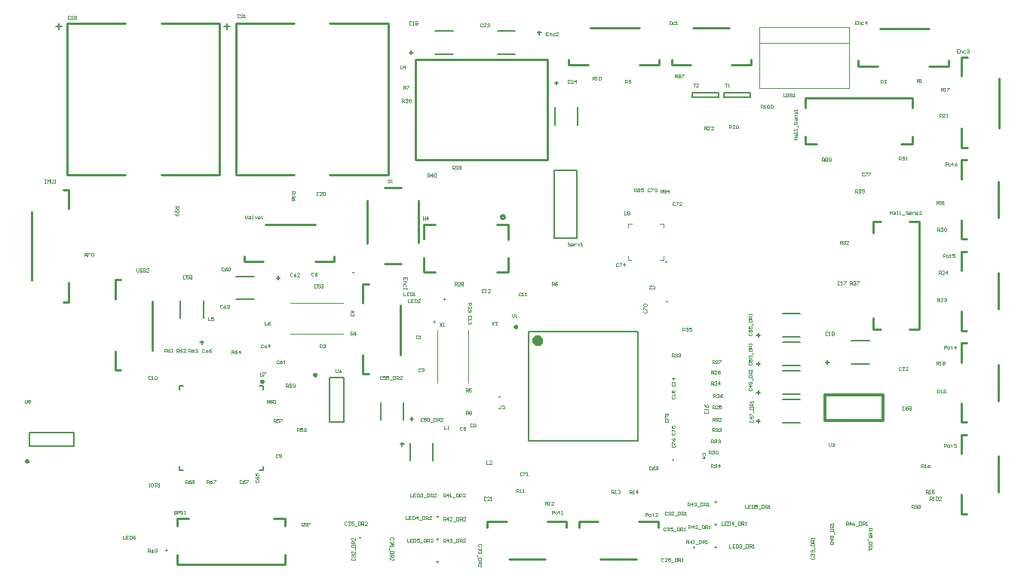
<source format=gto>
%FSTAX23Y23*%
%MOIN*%
%SFA1B1*%

%IPPOS*%
%ADD45C,0.009840*%
%ADD47C,0.011810*%
%ADD95C,0.023620*%
%ADD96C,0.010000*%
%ADD97C,0.005910*%
%ADD98C,0.001180*%
%ADD99C,0.007870*%
%ADD100C,0.003940*%
%ADD101C,0.002000*%
%LNninja_ecu_pcb-1*%
%LPD*%
G54D45*
X0285Y02318D02*
D01*
X0285Y02319*
X0285Y02319*
X0285Y02319*
X0285Y0232*
X0285Y0232*
X0285Y0232*
X0285Y02321*
X02849Y02321*
X02849Y02321*
X02849Y02321*
X02849Y02322*
X02849Y02322*
X02848Y02322*
X02848Y02322*
X02848Y02323*
X02847Y02323*
X02847Y02323*
X02847Y02323*
X02846Y02323*
X02846Y02323*
X02846Y02323*
X02845Y02323*
X02845*
X02845Y02323*
X02844Y02323*
X02844Y02323*
X02844Y02323*
X02843Y02323*
X02843Y02323*
X02843Y02323*
X02843Y02322*
X02842Y02322*
X02842Y02322*
X02842Y02322*
X02842Y02321*
X02841Y02321*
X02841Y02321*
X02841Y02321*
X02841Y0232*
X02841Y0232*
X02841Y0232*
X0284Y02319*
X0284Y02319*
X0284Y02319*
X0284Y02318*
X0284Y02318*
X0284Y02318*
X0284Y02317*
X02841Y02317*
X02841Y02317*
X02841Y02316*
X02841Y02316*
X02841Y02316*
X02841Y02315*
X02842Y02315*
X02842Y02315*
X02842Y02315*
X02842Y02314*
X02843Y02314*
X02843Y02314*
X02843Y02314*
X02843Y02314*
X02844Y02314*
X02844Y02314*
X02844Y02313*
X02845Y02313*
X02845Y02313*
X02845*
X02846Y02313*
X02846Y02313*
X02846Y02314*
X02847Y02314*
X02847Y02314*
X02847Y02314*
X02848Y02314*
X02848Y02314*
X02848Y02314*
X02849Y02315*
X02849Y02315*
X02849Y02315*
X02849Y02315*
X02849Y02316*
X0285Y02316*
X0285Y02316*
X0285Y02317*
X0285Y02317*
X0285Y02317*
X0285Y02318*
X0285Y02318*
X0285Y02318*
X01729Y02076D02*
D01*
X01729Y02077*
X01729Y02077*
X01728Y02077*
X01728Y02078*
X01728Y02078*
X01728Y02078*
X01728Y02078*
X01728Y02079*
X01728Y02079*
X01727Y02079*
X01727Y0208*
X01727Y0208*
X01727Y0208*
X01726Y0208*
X01726Y0208*
X01726Y02081*
X01725Y02081*
X01725Y02081*
X01725Y02081*
X01724Y02081*
X01724Y02081*
X01724Y02081*
X01723*
X01723Y02081*
X01723Y02081*
X01722Y02081*
X01722Y02081*
X01722Y02081*
X01721Y02081*
X01721Y0208*
X01721Y0208*
X01721Y0208*
X0172Y0208*
X0172Y0208*
X0172Y02079*
X0172Y02079*
X01719Y02079*
X01719Y02078*
X01719Y02078*
X01719Y02078*
X01719Y02078*
X01719Y02077*
X01719Y02077*
X01719Y02077*
X01719Y02076*
X01719Y02076*
X01719Y02076*
X01719Y02075*
X01719Y02075*
X01719Y02075*
X01719Y02074*
X01719Y02074*
X01719Y02074*
X0172Y02073*
X0172Y02073*
X0172Y02073*
X0172Y02073*
X01721Y02072*
X01721Y02072*
X01721Y02072*
X01721Y02072*
X01722Y02072*
X01722Y02072*
X01722Y02071*
X01723Y02071*
X01723Y02071*
X01723Y02071*
X01724*
X01724Y02071*
X01724Y02071*
X01725Y02071*
X01725Y02072*
X01725Y02072*
X01726Y02072*
X01726Y02072*
X01726Y02072*
X01727Y02072*
X01727Y02073*
X01727Y02073*
X01727Y02073*
X01728Y02073*
X01728Y02074*
X01728Y02074*
X01728Y02074*
X01728Y02075*
X01728Y02075*
X01728Y02075*
X01729Y02076*
X01729Y02076*
X01729Y02076*
X00689Y01723D02*
D01*
X00689Y01723*
X00689Y01724*
X00689Y01724*
X00689Y01724*
X00689Y01725*
X00689Y01725*
X00688Y01725*
X00688Y01726*
X00688Y01726*
X00688Y01726*
X00688Y01726*
X00687Y01727*
X00687Y01727*
X00687Y01727*
X00687Y01727*
X00686Y01727*
X00686Y01728*
X00686Y01728*
X00685Y01728*
X00685Y01728*
X00685Y01728*
X00684Y01728*
X00684*
X00684Y01728*
X00683Y01728*
X00683Y01728*
X00683Y01728*
X00682Y01728*
X00682Y01727*
X00682Y01727*
X00681Y01727*
X00681Y01727*
X00681Y01727*
X00681Y01726*
X0068Y01726*
X0068Y01726*
X0068Y01726*
X0068Y01725*
X0068Y01725*
X00679Y01725*
X00679Y01724*
X00679Y01724*
X00679Y01724*
X00679Y01723*
X00679Y01723*
X00679Y01723*
X00679Y01722*
X00679Y01722*
X00679Y01722*
X00679Y01721*
X0068Y01721*
X0068Y01721*
X0068Y0172*
X0068Y0172*
X0068Y0172*
X00681Y0172*
X00681Y01719*
X00681Y01719*
X00681Y01719*
X00682Y01719*
X00682Y01719*
X00682Y01718*
X00683Y01718*
X00683Y01718*
X00683Y01718*
X00684Y01718*
X00684Y01718*
X00684*
X00685Y01718*
X00685Y01718*
X00685Y01718*
X00686Y01718*
X00686Y01718*
X00686Y01719*
X00687Y01719*
X00687Y01719*
X00687Y01719*
X00687Y01719*
X00688Y0172*
X00688Y0172*
X00688Y0172*
X00688Y0172*
X00688Y01721*
X00689Y01721*
X00689Y01721*
X00689Y01722*
X00689Y01722*
X00689Y01722*
X00689Y01723*
X00689Y01723*
X01963Y02105D02*
D01*
X01963Y02105*
X01963Y02106*
X01963Y02106*
X01963Y02106*
X01963Y02107*
X01963Y02107*
X01962Y02107*
X01962Y02108*
X01962Y02108*
X01962Y02108*
X01962Y02108*
X01961Y02109*
X01961Y02109*
X01961Y02109*
X01961Y02109*
X0196Y02109*
X0196Y02109*
X0196Y0211*
X01959Y0211*
X01959Y0211*
X01959Y0211*
X01958Y0211*
X01958*
X01958Y0211*
X01957Y0211*
X01957Y0211*
X01957Y0211*
X01956Y02109*
X01956Y02109*
X01956Y02109*
X01955Y02109*
X01955Y02109*
X01955Y02109*
X01955Y02108*
X01954Y02108*
X01954Y02108*
X01954Y02108*
X01954Y02107*
X01954Y02107*
X01953Y02107*
X01953Y02106*
X01953Y02106*
X01953Y02106*
X01953Y02105*
X01953Y02105*
X01953Y02105*
X01953Y02104*
X01953Y02104*
X01953Y02104*
X01953Y02103*
X01954Y02103*
X01954Y02103*
X01954Y02102*
X01954Y02102*
X01954Y02102*
X01955Y02102*
X01955Y02101*
X01955Y02101*
X01955Y02101*
X01956Y02101*
X01956Y02101*
X01956Y021*
X01957Y021*
X01957Y021*
X01957Y021*
X01958Y021*
X01958Y021*
X01958*
X01959Y021*
X01959Y021*
X01959Y021*
X0196Y021*
X0196Y021*
X0196Y02101*
X01961Y02101*
X01961Y02101*
X01961Y02101*
X01961Y02101*
X01962Y02102*
X01962Y02102*
X01962Y02102*
X01962Y02102*
X01962Y02103*
X01963Y02103*
X01963Y02103*
X01963Y02104*
X01963Y02104*
X01963Y02104*
X01963Y02105*
X01963Y02105*
G54D47*
X04213Y02015D02*
X04469D01*
Y01903D02*
Y02015D01*
X04213Y01903D02*
X04469D01*
X04213D02*
Y02015D01*
G54D95*
X02954Y02257D02*
D01*
X02954Y02258*
X02953Y02259*
X02953Y0226*
X02953Y02261*
X02953Y02261*
X02953Y02262*
X02952Y02263*
X02952Y02264*
X02951Y02264*
X02951Y02265*
X0295Y02265*
X0295Y02266*
X02949Y02267*
X02948Y02267*
X02948Y02267*
X02947Y02268*
X02946Y02268*
X02945Y02268*
X02945Y02269*
X02944Y02269*
X02943Y02269*
X02942Y02269*
X02941*
X02941Y02269*
X0294Y02269*
X02939Y02269*
X02938Y02268*
X02937Y02268*
X02937Y02268*
X02936Y02267*
X02935Y02267*
X02934Y02267*
X02934Y02266*
X02933Y02265*
X02933Y02265*
X02932Y02264*
X02932Y02264*
X02931Y02263*
X02931Y02262*
X02931Y02261*
X0293Y02261*
X0293Y0226*
X0293Y02259*
X0293Y02258*
X0293Y02257*
X0293Y02256*
X0293Y02256*
X0293Y02255*
X0293Y02254*
X02931Y02253*
X02931Y02252*
X02931Y02252*
X02932Y02251*
X02932Y0225*
X02933Y0225*
X02933Y02249*
X02934Y02248*
X02934Y02248*
X02935Y02247*
X02936Y02247*
X02937Y02247*
X02937Y02246*
X02938Y02246*
X02939Y02246*
X0294Y02246*
X02941Y02246*
X02941Y02245*
X02942*
X02943Y02246*
X02944Y02246*
X02945Y02246*
X02945Y02246*
X02946Y02246*
X02947Y02247*
X02948Y02247*
X02948Y02247*
X02949Y02248*
X0295Y02248*
X0295Y02249*
X02951Y0225*
X02951Y0225*
X02952Y02251*
X02952Y02252*
X02953Y02252*
X02953Y02253*
X02953Y02254*
X02953Y02255*
X02953Y02256*
X02954Y02256*
X02954Y02257*
G54D96*
X02796Y02804D02*
D01*
X02796Y02804*
X02796Y02805*
X02796Y02805*
X02795Y02806*
X02795Y02806*
X02795Y02807*
X02795Y02807*
X02794Y02808*
X02794Y02808*
X02794Y02809*
X02793Y02809*
X02793Y0281*
X02793Y0281*
X02792Y0281*
X02792Y02811*
X02791Y02811*
X02791Y02811*
X0279Y02811*
X02789Y02812*
X02789Y02812*
X02788Y02812*
X02788Y02812*
X02787*
X02787Y02812*
X02786Y02812*
X02786Y02812*
X02785Y02811*
X02784Y02811*
X02784Y02811*
X02783Y02811*
X02783Y0281*
X02782Y0281*
X02782Y0281*
X02782Y02809*
X02781Y02809*
X02781Y02808*
X02781Y02808*
X0278Y02807*
X0278Y02807*
X0278Y02806*
X0278Y02806*
X02779Y02805*
X02779Y02805*
X02779Y02804*
X02779Y02804*
X02779Y02803*
X02779Y02802*
X02779Y02802*
X0278Y02801*
X0278Y02801*
X0278Y028*
X0278Y028*
X02781Y02799*
X02781Y02799*
X02781Y02798*
X02782Y02798*
X02782Y02797*
X02782Y02797*
X02783Y02797*
X02783Y02796*
X02784Y02796*
X02784Y02796*
X02785Y02796*
X02786Y02795*
X02786Y02795*
X02787Y02795*
X02787Y02795*
X02788*
X02788Y02795*
X02789Y02795*
X02789Y02795*
X0279Y02796*
X02791Y02796*
X02791Y02796*
X02792Y02796*
X02792Y02797*
X02793Y02797*
X02793Y02797*
X02793Y02798*
X02794Y02798*
X02794Y02799*
X02794Y02799*
X02795Y028*
X02795Y028*
X02795Y02801*
X02795Y02801*
X02796Y02802*
X02796Y02802*
X02796Y02803*
X02796Y02804*
X02265Y02934D02*
X0234D01*
X0219Y02687D02*
Y02875D01*
X02265Y02596D02*
X02341D01*
X02416Y02688D02*
Y02875D01*
X01608Y02988D02*
X01866D01*
X02023D02*
X02282D01*
X01608D02*
Y03661D01*
X01866*
X02282Y02988D02*
Y03661D01*
X02023D02*
X02282D01*
X00863Y02988D02*
X01121D01*
X01278D02*
X01537D01*
X00863D02*
Y03661D01*
X01121*
X01537Y02988D02*
Y03661D01*
X01278D02*
X01537D01*
X0174Y0277D02*
X01958D01*
X01645Y02605D02*
Y0263D01*
Y02605D02*
X0173D01*
X02044D02*
Y0263D01*
X01959Y02605D02*
X02044D01*
X02987Y03056D02*
Y03498D01*
X02403D02*
X02987D01*
X02403Y03056D02*
X02987D01*
X02403D02*
Y03498D01*
X03479Y03475D02*
Y035D01*
X03394Y03475D02*
X03479D01*
X03175Y0364D02*
X03393D01*
X0308Y03475D02*
X03165D01*
X0308D02*
Y035D01*
X03885Y03475D02*
Y035D01*
X038Y03475D02*
X03885D01*
X0363Y0364D02*
X0379D01*
X03535Y03475D02*
X0362D01*
X03535D02*
Y035D01*
X04425Y02308D02*
Y02357D01*
Y02732D02*
Y02782D01*
X04585Y02307D02*
X0463D01*
X04425D02*
X0446D01*
X04425Y02782D02*
X0446D01*
X04585D02*
X0463D01*
Y02307D02*
Y02782D01*
X02335Y02194D02*
Y02412D01*
X0217Y02507D02*
X02195D01*
X0217Y02422D02*
Y02507D01*
Y02108D02*
X02195D01*
X0217D02*
Y02193D01*
X02764Y02768D02*
X02814D01*
Y02704D02*
Y02768D01*
Y0256D02*
Y02624D01*
X02764Y0256D02*
X02814D01*
X02438Y02706D02*
Y0277D01*
X02488*
X02438Y0256D02*
Y02624D01*
Y0256D02*
X02488D01*
X0455Y03125D02*
X04598D01*
X04125D02*
X04175D01*
X046Y03285D02*
Y0333D01*
Y03125D02*
Y0316D01*
X04125Y03125D02*
Y0316D01*
Y03285D02*
Y0333D01*
X046*
X04455Y03635D02*
X04673D01*
X0436Y0347D02*
Y03495D01*
Y0347D02*
X04445D01*
X04759D02*
Y03495D01*
X04674Y0347D02*
X04759D01*
X04982Y03197D02*
Y03415D01*
X04817Y0351D02*
X04842D01*
X04817Y03425D02*
Y0351D01*
Y03111D02*
X04842D01*
X04817D02*
Y03196D01*
X04815Y0297D02*
Y03055D01*
X0484*
X0498Y028D02*
Y0296D01*
X04815Y02705D02*
X0484D01*
X04815D02*
Y0279D01*
Y02565D02*
Y0265D01*
X0484*
X0498Y02395D02*
Y02555D01*
X04815Y023D02*
X0484D01*
X04815D02*
Y02385D01*
Y0216D02*
Y02245D01*
X0484*
X0498Y0199D02*
Y0215D01*
X04815Y01895D02*
X0484D01*
X04815D02*
Y0198D01*
Y01755D02*
Y0184D01*
X0484*
X0498Y01585D02*
Y01745D01*
X04815Y0149D02*
X0484D01*
X04815D02*
Y01575D01*
X0339Y01455D02*
X03475D01*
Y0143D02*
Y01455D01*
X0322Y0129D02*
X0338D01*
X03125Y0143D02*
Y01455D01*
X0321*
X02985D02*
X0307D01*
Y0143D02*
Y01455D01*
X02815Y0129D02*
X02975D01*
X0272Y0143D02*
Y01455D01*
X02805*
X00705Y02522D02*
Y02826D01*
X00845Y02427D02*
X0087D01*
Y02512*
X00845Y02924D02*
X0087D01*
Y02839D02*
Y02924D01*
X0124Y02212D02*
Y0243D01*
X01075Y02525D02*
X011D01*
X01075Y0244D02*
Y02525D01*
Y02126D02*
X011D01*
X01075D02*
Y02211D01*
X03508Y02605D02*
Y02606D01*
X0135Y01265D02*
Y0131D01*
Y01265D02*
X01825D01*
X0135Y01435D02*
Y0147D01*
X01351D02*
X014D01*
X01825Y01265D02*
Y0131D01*
X01775Y0147D02*
X01825D01*
Y01435D02*
Y0147D01*
G54D97*
X01557Y03646D02*
X01583D01*
X0157Y03633D02*
Y03659D01*
X00812Y03646D02*
X00838D01*
X00825Y03633D02*
Y03659D01*
X02943Y03619D02*
X02959D01*
X02951Y03611D02*
Y03627D01*
X04224Y02153D02*
Y02169D01*
X04216Y02161D02*
X04232D01*
X03919Y02273D02*
Y02289D01*
X03911Y02281D02*
X03927D01*
X03919Y02146D02*
Y02162D01*
X03911Y02154D02*
X03927D01*
X03919Y02019D02*
Y02035D01*
X03911Y02027D02*
X03927D01*
X03919Y01893D02*
Y01909D01*
X03911Y01901D02*
X03927D01*
X03018Y03396D02*
X03034D01*
X03026Y03388D02*
Y03404D01*
X02378Y01911D02*
X02394D01*
X02386Y01903D02*
Y01919D01*
X02336Y01799D02*
X02352D01*
X02344Y01791D02*
Y01807D01*
X01796Y02526D02*
Y02542D01*
X01788Y02534D02*
X01804D01*
X01451Y02249D02*
X01467D01*
X01459Y02241D02*
Y02257D01*
X02384Y03523D02*
Y03539D01*
X02376Y03531D02*
X02392D01*
G54D98*
X02156Y01384D02*
Y0139D01*
X02153Y01387D02*
X02159D01*
X03634Y0134D02*
Y01346D01*
X03631Y01343D02*
X03637D01*
X02774Y02005D02*
Y02011D01*
X02771Y02008D02*
X02777D01*
X02127Y02555D02*
Y02561D01*
X02124Y02558D02*
X0213D01*
X03541Y01726D02*
Y01732D01*
X03538Y01729D02*
X03544D01*
X0351Y02431D02*
X03516D01*
X03513Y02428D02*
Y02434D01*
G54D99*
X02766Y03523D02*
X02844D01*
X02766Y03626D02*
X02844D01*
X0433Y02153D02*
X04408D01*
X0433Y02256D02*
X04408D01*
X04025Y02273D02*
X04103D01*
X04025Y02376D02*
X04103D01*
X04025Y02147D02*
X04103D01*
X04025Y02249D02*
X04103D01*
X04025Y0202D02*
X04103D01*
X04025Y02122D02*
X04103D01*
X04025Y01893D02*
X04103D01*
X04025Y01996D02*
X04103D01*
X02902Y01812D02*
Y02297D01*
X03387Y01812D02*
Y02297D01*
X02902D02*
X03387D01*
X02902Y01812D02*
X03387D01*
X03017Y0271D02*
Y0301D01*
Y0271D02*
X03117D01*
Y0301*
X03017D02*
X03117D01*
X03018Y03211D02*
Y03289D01*
X03121Y03211D02*
Y03289D01*
X03766Y03352D02*
X03884D01*
X03766Y03332D02*
X03884D01*
Y03352*
X03766Y03332D02*
Y03352D01*
X03626D02*
X03744D01*
X03626Y03332D02*
X03744D01*
Y03352*
X03626Y03332D02*
Y03352D01*
X0173Y01684D02*
Y01701D01*
X01713Y01684D02*
X0173D01*
X01359D02*
X01376D01*
X01359D02*
Y01701D01*
Y02038D02*
Y02055D01*
X01376*
X0173Y02038D02*
Y02055D01*
X01713D02*
X0173D01*
X02378Y01726D02*
Y01804D01*
X02481Y01726D02*
Y01804D01*
X00696Y01788D02*
X00893D01*
X00696Y01851D02*
X00893D01*
X00696Y01788D02*
Y01851D01*
X00893Y01788D02*
Y01851D01*
X02351Y01905D02*
Y01983D01*
X02248Y01905D02*
Y01983D01*
X02023Y01896D02*
X02086D01*
X02023Y02093D02*
X02086D01*
Y01896D02*
Y02093D01*
X02023Y01896D02*
Y02093D01*
X01611Y02541D02*
X01689D01*
X01611Y02438D02*
X01689D01*
X01466Y02355D02*
Y02433D01*
X01363Y02355D02*
Y02433D01*
X0249Y03523D02*
X02568D01*
X0249Y03626D02*
X02568D01*
G54D100*
X02498Y02068D02*
Y02304D01*
X02636Y02068D02*
Y02304D01*
X02485Y02335D02*
Y02345D01*
X0248Y0234D02*
X0249D01*
X0253Y02435D02*
Y02445D01*
X02525Y0244D02*
X02535D01*
X03923Y03572D02*
X04318D01*
X03923Y03372D02*
Y03572D01*
Y03372D02*
X04318D01*
Y03572*
Y03572D02*
Y03644D01*
X03923D02*
X04318D01*
X03923Y03572D02*
Y03644D01*
X03729Y01539D02*
Y01549D01*
X03724Y01544D02*
X03734D01*
X03729Y01339D02*
Y01349D01*
X03724Y01344D02*
X03734D01*
X03729Y01439D02*
Y01449D01*
X03724Y01444D02*
X03734D01*
X02499Y01473D02*
Y01483D01*
X02494Y01478D02*
X02504D01*
X02499Y01373D02*
Y01383D01*
X02494Y01378D02*
X02504D01*
X02499Y01273D02*
Y01283D01*
X02494Y01278D02*
X02504D01*
X013Y01325D02*
Y01335D01*
X01295Y0133D02*
X01305D01*
X01848Y02424D02*
X02084D01*
X01848Y02286D02*
X02084D01*
X035Y02615D02*
Y02629D01*
X03484Y02614D02*
X035D01*
Y02756D02*
Y02772D01*
X03484D02*
X035D01*
X03342D02*
X03358D01*
X03342Y02756D02*
Y02772D01*
Y02614D02*
Y0263D01*
Y02614D02*
X03357D01*
G54D101*
X01855Y02915D02*
X01869D01*
Y02907*
X01867Y02905*
X01862*
X0186Y02907*
Y02915*
Y0291D02*
X01855Y02905D01*
X01857Y029D02*
X01855Y02897D01*
Y02892*
X01857Y0289*
X01867*
X01869Y02892*
Y02897*
X01867Y029*
X01865*
X01862Y02897*
Y0289*
X01869Y02875D02*
X01867Y0288D01*
X01862Y02885*
X01857*
X01855Y02882*
Y02877*
X01857Y02875*
X0186*
X01862Y02877*
Y02885*
X0165Y02809D02*
Y028D01*
X01655Y02795*
X0166Y028*
Y02809*
X01667Y02805D02*
X01672D01*
X01674Y02802*
Y02795*
X01667*
X01664Y02797*
X01667Y028*
X01674*
X01679Y02795D02*
X01684D01*
X01682*
Y02809*
X01679*
X01692Y02805D02*
X01697Y02795D01*
X01702Y02805*
X01714Y02795D02*
X01709D01*
X01707Y02797*
Y02802*
X01709Y02805*
X01714*
X01717Y02802*
Y028*
X01707*
X01722Y02795D02*
X01727D01*
X01724*
Y02809*
X01722Y02807*
X0213Y0239D02*
X02115Y0238D01*
X0213D02*
X02115Y0239D01*
X02127Y02375D02*
X0213Y02372D01*
Y02367*
X02127Y02365*
X02125*
X02122Y02367*
Y0237*
Y02367*
X0212Y02365*
X02117*
X02115Y02367*
Y02372*
X02117Y02375*
X0274Y02339D02*
X0275Y02325D01*
Y02339D02*
X0274Y02325D01*
X02764D02*
X02755D01*
X02764Y02335*
Y02337*
X02762Y02339*
X02757*
X02755Y02337*
X0251Y02335D02*
X0252Y0232D01*
Y02335D02*
X0251Y0232D01*
X02525D02*
X02529D01*
X02527*
Y02335*
X02525Y02332*
X0117Y02575D02*
Y02562D01*
X01172Y0256*
X01177*
X0118Y02562*
Y02575*
X01194Y02572D02*
X01192Y02575D01*
X01187*
X01185Y02572*
Y0257*
X01187Y02567*
X01192*
X01194Y02565*
Y02562*
X01192Y0256*
X01187*
X01185Y02562*
X01199Y02575D02*
Y0256D01*
X01207*
X01209Y02562*
Y02565*
X01207Y02567*
X01199*
X01207*
X01209Y0257*
Y02572*
X01207Y02575*
X01199*
X01224Y0256D02*
X01214D01*
X01224Y0257*
Y02572*
X01222Y02575*
X01217*
X01214Y02572*
X0403Y03349D02*
Y03337D01*
X04032Y03335*
X04037*
X0404Y03337*
Y03349*
X04054Y03347D02*
X04052Y03349D01*
X04047*
X04044Y03347*
Y03345*
X04047Y03342*
X04052*
X04054Y0334*
Y03337*
X04052Y03335*
X04047*
X04044Y03337*
X04059Y03349D02*
Y03335D01*
X04067*
X04069Y03337*
Y0334*
X04067Y03342*
X04059*
X04067*
X04069Y03345*
Y03347*
X04067Y03349*
X04059*
X04074Y03335D02*
X04079D01*
X04077*
Y03349*
X04074Y03347*
X03325Y02828D02*
Y02816D01*
X03327Y02814*
X03332*
X03335Y02816*
Y02828*
X03339Y02816D02*
X03342Y02814D01*
X03347*
X03349Y02816*
Y02826*
X03347Y02828*
X03342*
X03339Y02826*
Y02824*
X03342Y02821*
X03349*
X00675Y01994D02*
Y01982D01*
X00677Y0198*
X00682*
X00685Y01982*
Y01994*
X00689Y01992D02*
X00692Y01994D01*
X00697*
X00699Y01992*
Y0199*
X00697Y01987*
X00699Y01985*
Y01982*
X00697Y0198*
X00692*
X00689Y01982*
Y01985*
X00692Y01987*
X00689Y0199*
Y01992*
X00692Y01987D02*
X00697D01*
X01715Y02115D02*
Y02102D01*
X01717Y021*
X01722*
X01725Y02102*
Y02115*
X0173D02*
X01739D01*
Y02112*
X0173Y02102*
Y021*
X0205Y0213D02*
Y02117D01*
X02052Y02115*
X02057*
X0206Y02117*
Y0213*
X02074D02*
X02069Y02127D01*
X02065Y02122*
Y02117*
X02067Y02115*
X02072*
X02074Y02117*
Y0212*
X02072Y02122*
X02065*
X02335Y03474D02*
Y03462D01*
X02337Y0346*
X02342*
X02345Y03462*
Y03474*
X02357Y0346D02*
Y03474D01*
X02349Y03467*
X02359*
X0423Y01804D02*
Y01792D01*
X04232Y0179*
X04237*
X0424Y01792*
Y01804*
X04245Y01802D02*
X04247Y01804D01*
X04252*
X04254Y01802*
Y018*
X04252Y01797*
X04249*
X04252*
X04254Y01795*
Y01792*
X04252Y0179*
X04247*
X04245Y01792*
X0283Y02374D02*
Y02362D01*
X02832Y0236*
X02837*
X0284Y02362*
Y02374*
X02845Y0236D02*
X02849D01*
X02847*
Y02374*
X02845Y02372*
X0363Y03394D02*
X0364D01*
X03635*
Y0338*
X03654D02*
X03644D01*
X03654Y0339*
Y03392*
X03652Y03394*
X03647*
X03644Y03392*
X0377Y03394D02*
X0378D01*
X03775*
Y0338*
X03785D02*
X03789D01*
X03787*
Y03394*
X03785Y03392*
X03085Y02687D02*
X03082Y0269D01*
X03077*
X03075Y02687*
Y02685*
X03077Y02682*
X03082*
X03085Y0268*
Y02677*
X03082Y02675*
X03077*
X03075Y02677*
X03097Y02675D02*
X03092D01*
X03089Y02677*
Y02682*
X03092Y02685*
X03097*
X03099Y02682*
Y0268*
X03089*
X03104Y02685D02*
Y02675D01*
Y0268*
X03107Y02682*
X03109Y02685*
X03112*
X03119D02*
X03124Y02675D01*
X03129Y02685*
X03134Y02675D02*
X03139D01*
X03137*
Y0269*
X03134Y02687*
X0229Y02967D02*
X02287Y0297D01*
X02282*
X0228Y02967*
Y02965*
X02282Y02962*
X02287*
X0229Y0296*
Y02957*
X02287Y02955*
X02282*
X0228Y02957*
X02295Y02955D02*
X02299D01*
X02297*
Y0297*
X02295Y02967*
X04675Y0155D02*
Y01565D01*
X04682*
X04685Y01562*
Y01557*
X04682Y01555*
X04675*
X0468D02*
X04685Y0155D01*
X04689D02*
X04694D01*
X04692*
Y01565*
X04689Y01562*
X04702D02*
X04704Y01565D01*
X04709*
X04712Y01562*
Y01552*
X04709Y0155*
X04704*
X04702Y01552*
Y01562*
X04727Y0155D02*
X04717D01*
X04727Y0156*
Y01562*
X04724Y01565*
X04719*
X04717Y01562*
X0127Y01625D02*
Y0161D01*
X01262*
X0126Y01612*
Y01617*
X01262Y0162*
X0127*
X01265D02*
X0126Y01625D01*
X01255D02*
X0125D01*
X01252*
Y0161*
X01255Y01612*
X01242D02*
X0124Y0161D01*
X01235*
X01232Y01612*
Y01622*
X01235Y01625*
X0124*
X01242Y01622*
Y01612*
X01227Y01625D02*
X01222D01*
X01225*
Y0161*
X01227Y01612*
X0393Y03285D02*
Y03299D01*
X03937*
X0394Y03297*
Y03292*
X03937Y0329*
X0393*
X03935D02*
X0394Y03285D01*
X03944D02*
X03949D01*
X03947*
Y03299*
X03944Y03297*
X03957D02*
X03959Y03299D01*
X03964*
X03967Y03297*
Y03287*
X03964Y03285*
X03959*
X03957Y03287*
Y03297*
X03972D02*
X03974Y03299D01*
X03979*
X03982Y03297*
Y03287*
X03979Y03285*
X03974*
X03972Y03287*
Y03297*
X0134Y0285D02*
X01355D01*
Y02842*
X01352Y0284*
X01347*
X01345Y02842*
Y0285*
Y02845D02*
X0134Y0284D01*
X01342Y02835D02*
X0134Y02832D01*
Y02827*
X01342Y02825*
X01352*
X01355Y02827*
Y02832*
X01352Y02835*
X0135*
X01347Y02832*
Y02825*
X01342Y0282D02*
X0134Y02817D01*
Y02812*
X01342Y0281*
X01352*
X01355Y02812*
Y02817*
X01352Y0282*
X0135*
X01347Y02817*
Y0281*
X04595Y01515D02*
Y01529D01*
X04602*
X04605Y01527*
Y01522*
X04602Y0152*
X04595*
X046D02*
X04605Y01515D01*
X04609Y01517D02*
X04612Y01515D01*
X04617*
X04619Y01517*
Y01527*
X04617Y01529*
X04612*
X04609Y01527*
Y01525*
X04612Y01522*
X04619*
X04624Y01527D02*
X04627Y01529D01*
X04632*
X04634Y01527*
Y01525*
X04632Y01522*
X04634Y0152*
Y01517*
X04632Y01515*
X04627*
X04624Y01517*
Y0152*
X04627Y01522*
X04624Y01525*
Y01527*
X04627Y01522D02*
X04632D01*
X01898Y01436D02*
Y0145D01*
X01905*
X01908Y01448*
Y01443*
X01905Y01441*
X01898*
X01903D02*
X01908Y01436D01*
X01912Y01438D02*
X01915Y01436D01*
X0192*
X01922Y01438*
Y01448*
X0192Y0145*
X01915*
X01912Y01448*
Y01446*
X01915Y01443*
X01922*
X01927Y0145D02*
X01937D01*
Y01448*
X01927Y01438*
Y01436*
X04347Y02911D02*
Y02926D01*
X04354*
X04357Y02923*
Y02918*
X04354Y02916*
X04347*
X04352D02*
X04357Y02911D01*
X04362Y02913D02*
X04364Y02911D01*
X04369*
X04371Y02913*
Y02923*
X04369Y02926*
X04364*
X04362Y02923*
Y02921*
X04364Y02918*
X04371*
X04386Y02926D02*
X04376D01*
Y02918*
X04381Y02921*
X04384*
X04386Y02918*
Y02913*
X04384Y02911*
X04379*
X04376Y02913*
X0371Y01695D02*
Y0171D01*
X03717*
X0372Y01707*
Y01702*
X03717Y017*
X0371*
X03715D02*
X0372Y01695D01*
X03724Y01697D02*
X03727Y01695D01*
X03732*
X03734Y01697*
Y01707*
X03732Y0171*
X03727*
X03724Y01707*
Y01705*
X03727Y01702*
X03734*
X03747Y01695D02*
Y0171D01*
X03739Y01702*
X03749*
X03715Y01855D02*
Y01869D01*
X03722*
X03725Y01867*
Y01862*
X03722Y0186*
X03715*
X0372D02*
X03725Y01855D01*
X0373Y01857D02*
X03732Y01855D01*
X03737*
X03739Y01857*
Y01867*
X03737Y01869*
X03732*
X0373Y01867*
Y01865*
X03732Y01862*
X03739*
X03744Y01867D02*
X03747Y01869D01*
X03752*
X03754Y01867*
Y01865*
X03752Y01862*
X03749*
X03752*
X03754Y0186*
Y01857*
X03752Y01855*
X03747*
X03744Y01857*
X03715Y019D02*
Y01914D01*
X03722*
X03725Y01912*
Y01907*
X03722Y01905*
X03715*
X0372D02*
X03725Y019D01*
X0373Y01902D02*
X03732Y019D01*
X03737*
X03739Y01902*
Y01912*
X03737Y01914*
X03732*
X0373Y01912*
Y0191*
X03732Y01907*
X03739*
X03754Y019D02*
X03744D01*
X03754Y0191*
Y01912*
X03752Y01914*
X03747*
X03744Y01912*
X0454Y03055D02*
Y03069D01*
X04547*
X0455Y03067*
Y03062*
X04547Y0306*
X0454*
X04545D02*
X0455Y03055D01*
X04555Y03057D02*
X04557Y03055D01*
X04562*
X04564Y03057*
Y03067*
X04562Y03069*
X04557*
X04555Y03067*
Y03065*
X04557Y03062*
X04564*
X04569Y03055D02*
X04574D01*
X04572*
Y03069*
X04569Y03067*
X037Y01755D02*
Y01769D01*
X03707*
X0371Y01767*
Y01762*
X03707Y0176*
X037*
X03705D02*
X0371Y01755D01*
X03714Y01757D02*
X03717Y01755D01*
X03722*
X03724Y01757*
Y01767*
X03722Y01769*
X03717*
X03714Y01767*
Y01765*
X03717Y01762*
X03724*
X03729Y01767D02*
X03732Y01769D01*
X03737*
X03739Y01767*
Y01757*
X03737Y01755*
X03732*
X03729Y01757*
Y01767*
X0371Y01805D02*
Y0182D01*
X03717*
X0372Y01817*
Y01812*
X03717Y0181*
X0371*
X03715D02*
X0372Y01805D01*
X03724Y01817D02*
X03727Y0182D01*
X03732*
X03734Y01817*
Y01815*
X03732Y01812*
X03734Y0181*
Y01807*
X03732Y01805*
X03727*
X03724Y01807*
Y0181*
X03727Y01812*
X03724Y01815*
Y01817*
X03727Y01812D02*
X03732D01*
X03739Y01807D02*
X03742Y01805D01*
X03747*
X03749Y01807*
Y01817*
X03747Y0182*
X03742*
X03739Y01817*
Y01815*
X03742Y01812*
X03749*
X042Y0305D02*
Y03065D01*
X04207*
X0421Y03062*
Y03057*
X04207Y03055*
X042*
X04205D02*
X0421Y0305D01*
X04214Y03062D02*
X04217Y03065D01*
X04222*
X04224Y03062*
Y0306*
X04222Y03057*
X04224Y03055*
Y03052*
X04222Y0305*
X04217*
X04214Y03052*
Y03055*
X04217Y03057*
X04214Y0306*
Y03062*
X04217Y03057D02*
X04222D01*
X04229Y03062D02*
X04232Y03065D01*
X04237*
X04239Y03062*
Y0306*
X04237Y03057*
X04239Y03055*
Y03052*
X04237Y0305*
X04232*
X04229Y03052*
Y03055*
X04232Y03057*
X04229Y0306*
Y03062*
X04232Y03057D02*
X04237D01*
X0355Y0342D02*
Y03434D01*
X03557*
X0356Y03432*
Y03427*
X03557Y03425*
X0355*
X03555D02*
X0356Y0342D01*
X03565Y03432D02*
X03567Y03434D01*
X03572*
X03574Y03432*
Y0343*
X03572Y03427*
X03574Y03425*
Y03422*
X03572Y0342*
X03567*
X03565Y03422*
Y03425*
X03567Y03427*
X03565Y0343*
Y03432*
X03567Y03427D02*
X03572D01*
X03579Y03434D02*
X03589D01*
Y03432*
X03579Y03422*
Y0342*
X0337Y02915D02*
Y0293D01*
X03377*
X0338Y02927*
Y02922*
X03377Y0292*
X0337*
X03375D02*
X0338Y02915D01*
X03384Y02927D02*
X03387Y0293D01*
X03392*
X03394Y02927*
Y02925*
X03392Y02922*
X03394Y0292*
Y02917*
X03392Y02915*
X03387*
X03384Y02917*
Y0292*
X03387Y02922*
X03384Y02925*
Y02927*
X03387Y02922D02*
X03392D01*
X03409Y0293D02*
X03399D01*
Y02922*
X03404Y02925*
X03407*
X03409Y02922*
Y02917*
X03407Y02915*
X03402*
X03399Y02917*
X03485Y0291D02*
Y02924D01*
X03492*
X03495Y02922*
Y02917*
X03492Y02915*
X03485*
X0349D02*
X03495Y0291D01*
X03499Y02922D02*
X03502Y02924D01*
X03507*
X03509Y02922*
Y0292*
X03507Y02917*
X03509Y02915*
Y02912*
X03507Y0291*
X03502*
X03499Y02912*
Y02915*
X03502Y02917*
X03499Y0292*
Y02922*
X03502Y02917D02*
X03507D01*
X03522Y0291D02*
Y02924D01*
X03514Y02917*
X03524*
X0094Y0263D02*
Y02644D01*
X00947*
X0095Y02642*
Y02637*
X00947Y02635*
X0094*
X00945D02*
X0095Y0263D01*
X00954Y02644D02*
X00964D01*
Y02642*
X00954Y02632*
Y0263*
X00969Y02642D02*
X00972Y02644D01*
X00977*
X00979Y02642*
Y02632*
X00977Y0263*
X00972*
X00969Y02632*
Y02642*
X0122Y0132D02*
Y01335D01*
X01227*
X0123Y01332*
Y01327*
X01227Y01325*
X0122*
X01225D02*
X0123Y0132D01*
X01244Y01335D02*
X01239Y01332D01*
X01235Y01327*
Y01322*
X01237Y0132*
X01242*
X01244Y01322*
Y01325*
X01242Y01327*
X01235*
X01249Y01322D02*
X01252Y0132D01*
X01257*
X01259Y01322*
Y01332*
X01257Y01335*
X01252*
X01249Y01332*
Y0133*
X01252Y01327*
X01259*
X01385Y01625D02*
Y01639D01*
X01392*
X01395Y01637*
Y01632*
X01392Y0163*
X01385*
X0139D02*
X01395Y01625D01*
X01409Y01639D02*
X01404Y01637D01*
X01399Y01632*
Y01627*
X01402Y01625*
X01407*
X01409Y01627*
Y0163*
X01407Y01632*
X01399*
X01414Y01637D02*
X01417Y01639D01*
X01422*
X01424Y01637*
Y01635*
X01422Y01632*
X01424Y0163*
Y01627*
X01422Y01625*
X01417*
X01414Y01627*
Y0163*
X01417Y01632*
X01414Y01635*
Y01637*
X01417Y01632D02*
X01422D01*
X0148Y01625D02*
Y01639D01*
X01487*
X0149Y01637*
Y01632*
X01487Y0163*
X0148*
X01485D02*
X0149Y01625D01*
X01504Y01639D02*
X01499Y01637D01*
X01494Y01632*
Y01627*
X01497Y01625*
X01502*
X01504Y01627*
Y0163*
X01502Y01632*
X01494*
X01509Y01639D02*
X01519D01*
Y01637*
X01509Y01627*
Y01625*
X0159Y022D02*
Y02214D01*
X01597*
X016Y02212*
Y02207*
X01597Y02205*
X0159*
X01595D02*
X016Y022D01*
X01614Y02214D02*
X01609Y02212D01*
X01605Y02207*
Y02202*
X01607Y022*
X01612*
X01614Y02202*
Y02205*
X01612Y02207*
X01605*
X01627Y022D02*
Y02214D01*
X01619Y02207*
X01629*
X014Y02205D02*
Y0222D01*
X01407*
X0141Y02217*
Y02212*
X01407Y0221*
X014*
X01405D02*
X0141Y02205D01*
X01424Y0222D02*
X01419Y02217D01*
X01414Y02212*
Y02207*
X01417Y02205*
X01422*
X01424Y02207*
Y0221*
X01422Y02212*
X01414*
X01429Y02217D02*
X01432Y0222D01*
X01437*
X01439Y02217*
Y02215*
X01437Y02212*
X01434*
X01437*
X01439Y0221*
Y02207*
X01437Y02205*
X01432*
X01429Y02207*
X01346Y02206D02*
Y0222D01*
X01353*
X01356Y02218*
Y02213*
X01353Y02211*
X01346*
X01351D02*
X01356Y02206D01*
X0137Y0222D02*
X01365Y02218D01*
X01361Y02213*
Y02208*
X01363Y02206*
X01368*
X0137Y02208*
Y02211*
X01368Y02213*
X01361*
X01385Y02206D02*
X01375D01*
X01385Y02216*
Y02218*
X01383Y0222*
X01378*
X01375Y02218*
X01293Y02206D02*
Y0222D01*
X013*
X01303Y02218*
Y02213*
X013Y02211*
X01293*
X01298D02*
X01303Y02206D01*
X01317Y0222D02*
X01312Y02218D01*
X01307Y02213*
Y02208*
X0131Y02206*
X01315*
X01317Y02208*
Y02211*
X01315Y02213*
X01307*
X01322Y02206D02*
X01327D01*
X01325*
Y0222*
X01322Y02218*
X01745Y0198D02*
Y01994D01*
X01752*
X01755Y01992*
Y01987*
X01752Y01985*
X01745*
X0175D02*
X01755Y0198D01*
X01769Y01994D02*
X01764Y01992D01*
X01759Y01987*
Y01982*
X01762Y0198*
X01767*
X01769Y01982*
Y01985*
X01767Y01987*
X01759*
X01774Y01992D02*
X01777Y01994D01*
X01782*
X01784Y01992*
Y01982*
X01782Y0198*
X01777*
X01774Y01982*
Y01992*
X0183Y0205D02*
Y02065D01*
X01837*
X0184Y02062*
Y02057*
X01837Y02055*
X0183*
X01835D02*
X0184Y0205D01*
X01854Y02065D02*
X01845D01*
Y02057*
X01849Y0206*
X01852*
X01854Y02057*
Y02052*
X01852Y0205*
X01847*
X01845Y02052*
X01859D02*
X01862Y0205D01*
X01867*
X01869Y02052*
Y02062*
X01867Y02065*
X01862*
X01859Y02062*
Y0206*
X01862Y02057*
X01869*
X0188Y01855D02*
Y01869D01*
X01887*
X0189Y01867*
Y01862*
X01887Y0186*
X0188*
X01885D02*
X0189Y01855D01*
X01904Y01869D02*
X01894D01*
Y01862*
X01899Y01865*
X01902*
X01904Y01862*
Y01857*
X01902Y01855*
X01897*
X01894Y01857*
X01909Y01867D02*
X01912Y01869D01*
X01917*
X01919Y01867*
Y01865*
X01917Y01862*
X01919Y0186*
Y01857*
X01917Y01855*
X01912*
X01909Y01857*
Y0186*
X01912Y01862*
X01909Y01865*
Y01867*
X01912Y01862D02*
X01917D01*
X01775Y01895D02*
Y01909D01*
X01782*
X01785Y01907*
Y01902*
X01782Y019*
X01775*
X0178D02*
X01785Y01895D01*
X01799Y01909D02*
X01789D01*
Y01902*
X01794Y01905*
X01797*
X01799Y01902*
Y01897*
X01797Y01895*
X01792*
X01789Y01897*
X01804Y01909D02*
X01814D01*
Y01907*
X01804Y01897*
Y01895*
X0425Y01355D02*
X04235D01*
Y01362*
X04237Y01365*
X04242*
X04245Y01362*
Y01355*
Y0136D02*
X0425Y01365D01*
Y01377D02*
X04235D01*
X04242Y01369*
Y01379*
X04237Y01384D02*
X04235Y01387D01*
Y01392*
X04237Y01394*
X0424*
X04242Y01392*
X04245Y01394*
X04247*
X0425Y01392*
Y01387*
X04247Y01384*
X04245*
X04242Y01387*
X0424Y01384*
X04237*
X04242Y01387D02*
Y01392D01*
X04252Y01399D02*
Y01409D01*
X04235Y01414D02*
X0425D01*
Y01422*
X04247Y01424*
X04237*
X04235Y01422*
Y01414*
X0425Y01429D02*
X04235D01*
Y01437*
X04237Y01439*
X04242*
X04245Y01437*
Y01429*
Y01434D02*
X0425Y01439D01*
Y01444D02*
Y01449D01*
Y01447*
X04235*
X04237Y01444*
X04305Y0144D02*
Y01455D01*
X04312*
X04315Y01452*
Y01447*
X04312Y01445*
X04305*
X0431D02*
X04315Y0144D01*
X04327D02*
Y01455D01*
X04319Y01447*
X04329*
X04344Y01455D02*
X04339Y01452D01*
X04334Y01447*
Y01442*
X04337Y0144*
X04342*
X04344Y01442*
Y01445*
X04342Y01447*
X04334*
X04349Y01437D02*
X04359D01*
X04364Y01455D02*
Y0144D01*
X04372*
X04374Y01442*
Y01452*
X04372Y01455*
X04364*
X04379Y0144D02*
Y01455D01*
X04387*
X04389Y01452*
Y01447*
X04387Y01445*
X04379*
X04384D02*
X04389Y0144D01*
X04394D02*
X04399D01*
X04397*
Y01455*
X04394Y01452*
X04405Y01425D02*
X04419D01*
Y01417*
X04417Y01415*
X04412*
X0441Y01417*
Y01425*
Y0142D02*
X04405Y01415D01*
Y01402D02*
X04419D01*
X04412Y0141*
Y014*
X04419Y01385D02*
Y01395D01*
X04412*
X04415Y0139*
Y01387*
X04412Y01385*
X04407*
X04405Y01387*
Y01392*
X04407Y01395*
X04402Y0138D02*
Y0137D01*
X04419Y01365D02*
X04405D01*
Y01357*
X04407Y01355*
X04417*
X04419Y01357*
Y01365*
X04405Y0135D02*
X04419D01*
Y01342*
X04417Y0134*
X04412*
X0441Y01342*
Y0135*
Y01345D02*
X04405Y0134D01*
Y01335D02*
Y0133D01*
Y01332*
X04419*
X04417Y01335*
X02525Y01365D02*
Y01379D01*
X02532*
X02535Y01377*
Y01372*
X02532Y0137*
X02525*
X0253D02*
X02535Y01365D01*
X02547D02*
Y01379D01*
X02539Y01372*
X02549*
X02554Y01377D02*
X02557Y01379D01*
X02562*
X02564Y01377*
Y01375*
X02562Y01372*
X02559*
X02562*
X02564Y0137*
Y01367*
X02562Y01365*
X02557*
X02554Y01367*
X02569Y01362D02*
X02579D01*
X02584Y01379D02*
Y01365D01*
X02592*
X02594Y01367*
Y01377*
X02592Y01379*
X02584*
X02599Y01365D02*
Y01379D01*
X02607*
X02609Y01377*
Y01372*
X02607Y0137*
X02599*
X02604D02*
X02609Y01365D01*
X02624D02*
X02614D01*
X02624Y01375*
Y01377*
X02622Y01379*
X02617*
X02614Y01377*
X03605Y01525D02*
Y01539D01*
X03612*
X03615Y01537*
Y01532*
X03612Y0153*
X03605*
X0361D02*
X03615Y01525D01*
X03627D02*
Y01539D01*
X0362Y01532*
X03629*
X03634Y01537D02*
X03637Y01539D01*
X03642*
X03644Y01537*
Y01535*
X03642Y01532*
X03639*
X03642*
X03644Y0153*
Y01527*
X03642Y01525*
X03637*
X03634Y01527*
X03649Y01522D02*
X03659D01*
X03664Y01539D02*
Y01525D01*
X03672*
X03674Y01527*
Y01537*
X03672Y01539*
X03664*
X03679Y01525D02*
Y01539D01*
X03687*
X03689Y01537*
Y01532*
X03687Y0153*
X03679*
X03684D02*
X03689Y01525D01*
X03694D02*
X03699D01*
X03697*
Y01539*
X03694Y01537*
X02525Y0146D02*
Y01475D01*
X02532*
X02535Y01472*
Y01467*
X02532Y01465*
X02525*
X0253D02*
X02535Y0146D01*
X02547D02*
Y01475D01*
X02539Y01467*
X02549*
X02564Y0146D02*
X02554D01*
X02564Y0147*
Y01472*
X02562Y01475*
X02557*
X02554Y01472*
X02569Y01457D02*
X02579D01*
X02584Y01475D02*
Y0146D01*
X02592*
X02594Y01462*
Y01472*
X02592Y01475*
X02584*
X02599Y0146D02*
Y01475D01*
X02607*
X02609Y01472*
Y01467*
X02607Y01465*
X02599*
X02604D02*
X02609Y0146D01*
X02624D02*
X02614D01*
X02624Y0147*
Y01472*
X02622Y01475*
X02617*
X02614Y01472*
X0361Y01425D02*
Y0144D01*
X03617*
X0362Y01437*
Y01432*
X03617Y0143*
X0361*
X03615D02*
X0362Y01425D01*
X03632D02*
Y0144D01*
X03624Y01432*
X03634*
X03649Y01425D02*
X03639D01*
X03649Y01435*
Y01437*
X03647Y0144*
X03642*
X03639Y01437*
X03654Y01422D02*
X03664D01*
X03669Y0144D02*
Y01425D01*
X03677*
X03679Y01427*
Y01437*
X03677Y0144*
X03669*
X03684Y01425D02*
Y0144D01*
X03692*
X03694Y01437*
Y01432*
X03692Y0143*
X03684*
X03689D02*
X03694Y01425D01*
X03699D02*
X03704D01*
X03702*
Y0144*
X03699Y01437*
X02525Y01565D02*
Y0158D01*
X02532*
X02535Y01577*
Y01572*
X02532Y0157*
X02525*
X0253D02*
X02535Y01565D01*
X02547D02*
Y0158D01*
X02539Y01572*
X02549*
X02554Y01565D02*
X02559D01*
X02557*
Y0158*
X02554Y01577*
X02567Y01562D02*
X02577D01*
X02582Y0158D02*
Y01565D01*
X02589*
X02592Y01567*
Y01577*
X02589Y0158*
X02582*
X02597Y01565D02*
Y0158D01*
X02604*
X02607Y01577*
Y01572*
X02604Y0157*
X02597*
X02602D02*
X02607Y01565D01*
X02622D02*
X02612D01*
X02622Y01575*
Y01577*
X02619Y0158*
X02614*
X02612Y01577*
X036Y0136D02*
Y01374D01*
X03607*
X0361Y01372*
Y01367*
X03607Y01365*
X036*
X03605D02*
X0361Y0136D01*
X03622D02*
Y01374D01*
X03615Y01367*
X03624*
X03629Y0136D02*
X03634D01*
X03632*
Y01374*
X03629Y01372*
X03642Y01357D02*
X03652D01*
X03657Y01374D02*
Y0136D01*
X03664*
X03667Y01362*
Y01372*
X03664Y01374*
X03657*
X03672Y0136D02*
Y01374D01*
X03679*
X03682Y01372*
Y01367*
X03679Y01365*
X03672*
X03677D02*
X03682Y0136D01*
X03687D02*
X03692D01*
X03689*
Y01374*
X03687Y01372*
X02455Y0298D02*
Y02995D01*
X02462*
X02465Y02992*
Y02987*
X02462Y02985*
X02455*
X0246D02*
X02465Y0298D01*
X02477D02*
Y02995D01*
X0247Y02987*
X02479*
X02484Y02992D02*
X02487Y02995D01*
X02492*
X02494Y02992*
Y02982*
X02492Y0298*
X02487*
X02484Y02982*
Y02992*
X02565Y03015D02*
Y03029D01*
X02572*
X02575Y03027*
Y03022*
X02572Y0302*
X02565*
X0257D02*
X02575Y03015D01*
X02579Y03027D02*
X02582Y03029D01*
X02587*
X02589Y03027*
Y03025*
X02587Y03022*
X02584*
X02587*
X02589Y0302*
Y03017*
X02587Y03015*
X02582*
X02579Y03017*
X02594D02*
X02597Y03015D01*
X02602*
X02604Y03017*
Y03027*
X02602Y03029*
X02597*
X02594Y03027*
Y03025*
X02597Y03022*
X02604*
X02343Y03311D02*
Y03325D01*
X0235*
X02353Y03323*
Y03318*
X0235Y03316*
X02343*
X02348D02*
X02353Y03311D01*
X02358Y03323D02*
X0236Y03325D01*
X02365*
X02367Y03323*
Y03321*
X02365Y03318*
X02362*
X02365*
X02367Y03316*
Y03313*
X02365Y03311*
X0236*
X02358Y03313*
X02372Y03323D02*
X02375Y03325D01*
X0238*
X02382Y03323*
Y03321*
X0238Y03318*
X02382Y03316*
Y03313*
X0238Y03311*
X02375*
X02372Y03313*
Y03316*
X02375Y03318*
X02372Y03321*
Y03323*
X02375Y03318D02*
X0238D01*
X04323Y02504D02*
Y02519D01*
X0433*
X04333Y02516*
Y02511*
X0433Y02509*
X04323*
X04328D02*
X04333Y02504D01*
X04338Y02516D02*
X0434Y02519D01*
X04345*
X04347Y02516*
Y02514*
X04345Y02511*
X04342*
X04345*
X04347Y02509*
Y02506*
X04345Y02504*
X0434*
X04338Y02506*
X04352Y02519D02*
X04362D01*
Y02516*
X04352Y02506*
Y02504*
X0372Y02005D02*
Y02019D01*
X03727*
X0373Y02017*
Y02012*
X03727Y0201*
X0372*
X03725D02*
X0373Y02005D01*
X03734Y02017D02*
X03737Y02019D01*
X03742*
X03744Y02017*
Y02015*
X03742Y02012*
X03739*
X03742*
X03744Y0201*
Y02007*
X03742Y02005*
X03737*
X03734Y02007*
X03759Y02019D02*
X03754Y02017D01*
X03749Y02012*
Y02007*
X03752Y02005*
X03757*
X03759Y02007*
Y0201*
X03757Y02012*
X03749*
X03583Y02298D02*
Y02312D01*
X0359*
X03593Y0231*
Y02305*
X0359Y02303*
X03583*
X03588D02*
X03593Y02298D01*
X03598Y0231D02*
X036Y02312D01*
X03605*
X03607Y0231*
Y02308*
X03605Y02305*
X03602*
X03605*
X03607Y02303*
Y023*
X03605Y02298*
X036*
X03598Y023*
X03622Y02312D02*
X03612D01*
Y02305*
X03617Y02308*
X0362*
X03622Y02305*
Y023*
X0362Y02298*
X03615*
X03612Y023*
X0371Y0206D02*
Y02075D01*
X03717*
X0372Y02072*
Y02067*
X03717Y02065*
X0371*
X03715D02*
X0372Y0206D01*
X03724Y02072D02*
X03727Y02075D01*
X03732*
X03734Y02072*
Y0207*
X03732Y02067*
X03729*
X03732*
X03734Y02065*
Y02062*
X03732Y0206*
X03727*
X03724Y02062*
X03747Y0206D02*
Y02075D01*
X03739Y02067*
X03749*
X03535Y02185D02*
Y022D01*
X03542*
X03545Y02197*
Y02192*
X03542Y0219*
X03535*
X0354D02*
X03545Y02185D01*
X03549Y02197D02*
X03552Y022D01*
X03557*
X03559Y02197*
Y02195*
X03557Y02192*
X03554*
X03557*
X03559Y0219*
Y02187*
X03557Y02185*
X03552*
X03549Y02187*
X03564Y02197D02*
X03567Y022D01*
X03572*
X03574Y02197*
Y02195*
X03572Y02192*
X03569*
X03572*
X03574Y0219*
Y02187*
X03572Y02185*
X03567*
X03564Y02187*
X04278Y02683D02*
Y02697D01*
X04285*
X04288Y02695*
Y0269*
X04285Y02688*
X04278*
X04283D02*
X04288Y02683D01*
X04292Y02695D02*
X04295Y02697D01*
X043*
X04302Y02695*
Y02693*
X043Y0269*
X04297*
X043*
X04302Y02688*
Y02685*
X043Y02683*
X04295*
X04292Y02685*
X04317Y02683D02*
X04307D01*
X04317Y02693*
Y02695*
X04315Y02697*
X0431*
X04307Y02695*
X04705Y0286D02*
Y02874D01*
X04712*
X04715Y02872*
Y02867*
X04712Y02865*
X04705*
X0471D02*
X04715Y0286D01*
X0472Y02872D02*
X04722Y02874D01*
X04727*
X04729Y02872*
Y0287*
X04727Y02867*
X04724*
X04727*
X04729Y02865*
Y02862*
X04727Y0286*
X04722*
X0472Y02862*
X04734Y0286D02*
X04739D01*
X04737*
Y02874*
X04734Y02872*
X0471Y0274D02*
Y02755D01*
X04717*
X0472Y02752*
Y02747*
X04717Y02745*
X0471*
X04715D02*
X0472Y0274D01*
X04725Y02752D02*
X04727Y02755D01*
X04732*
X04734Y02752*
Y0275*
X04732Y02747*
X04729*
X04732*
X04734Y02745*
Y02742*
X04732Y0274*
X04727*
X04725Y02742*
X04739Y02752D02*
X04742Y02755D01*
X04747*
X04749Y02752*
Y02742*
X04747Y0274*
X04742*
X04739Y02742*
Y02752*
X02635Y02422D02*
X0265D01*
Y02415*
X02647Y02412*
X02642*
X0264Y02415*
Y02422*
Y02417D02*
X02635Y02412D01*
Y02397D02*
Y02407D01*
X02645Y02397*
X02647*
X0265Y024*
Y02405*
X02647Y02407*
X02637Y02392D02*
X02635Y0239D01*
Y02385*
X02637Y02382*
X02647*
X0265Y02385*
Y0239*
X02647Y02392*
X02645*
X02642Y0239*
Y02382*
X02575Y025D02*
Y02515D01*
X02582*
X02585Y02512*
Y02507*
X02582Y02505*
X02575*
X0258D02*
X02585Y025D01*
X02599D02*
X02589D01*
X02599Y0251*
Y02512*
X02597Y02515*
X02592*
X02589Y02512*
X02604D02*
X02607Y02515D01*
X02612*
X02614Y02512*
Y0251*
X02612Y02507*
X02614Y02505*
Y02502*
X02612Y025*
X02607*
X02604Y02502*
Y02505*
X02607Y02507*
X02604Y0251*
Y02512*
X02607Y02507D02*
X02612D01*
X03715Y02155D02*
Y0217D01*
X03722*
X03725Y02167*
Y02162*
X03722Y0216*
X03715*
X0372D02*
X03725Y02155D01*
X03739D02*
X0373D01*
X03739Y02165*
Y02167*
X03737Y0217*
X03732*
X0373Y02167*
X03744Y0217D02*
X03754D01*
Y02167*
X03744Y02157*
Y02155*
X0371Y0211D02*
Y02124D01*
X03717*
X0372Y02122*
Y02117*
X03717Y02115*
X0371*
X03715D02*
X0372Y0211D01*
X03734D02*
X03724D01*
X03734Y0212*
Y02122*
X03732Y02124*
X03727*
X03724Y02122*
X03749Y02124D02*
X03744Y02122D01*
X03739Y02117*
Y02112*
X03742Y0211*
X03747*
X03749Y02112*
Y02115*
X03747Y02117*
X03739*
X03715Y01955D02*
Y0197D01*
X03722*
X03725Y01967*
Y01962*
X03722Y0196*
X03715*
X0372D02*
X03725Y01955D01*
X03739D02*
X0373D01*
X03739Y01965*
Y01967*
X03737Y0197*
X03732*
X0373Y01967*
X03754Y0197D02*
X03744D01*
Y01962*
X03749Y01965*
X03752*
X03754Y01962*
Y01957*
X03752Y01955*
X03747*
X03744Y01957*
X04715Y0255D02*
Y02565D01*
X04722*
X04725Y02562*
Y02557*
X04722Y02555*
X04715*
X0472D02*
X04725Y0255D01*
X04739D02*
X04729D01*
X04739Y0256*
Y02562*
X04737Y02565*
X04732*
X04729Y02562*
X04752Y0255D02*
Y02565D01*
X04744Y02557*
X04754*
X0471Y0243D02*
Y02444D01*
X04717*
X0472Y02442*
Y02437*
X04717Y02435*
X0471*
X04715D02*
X0472Y0243D01*
X04734D02*
X04725D01*
X04734Y0244*
Y02442*
X04732Y02444*
X04727*
X04725Y02442*
X04739D02*
X04742Y02444D01*
X04747*
X04749Y02442*
Y0244*
X04747Y02437*
X04744*
X04747*
X04749Y02435*
Y02432*
X04747Y0243*
X04742*
X04739Y02432*
X0368Y0319D02*
Y03204D01*
X03687*
X0369Y03202*
Y03197*
X03687Y03195*
X0368*
X03685D02*
X0369Y0319D01*
X03704D02*
X03694D01*
X03704Y032*
Y03202*
X03702Y03204*
X03697*
X03694Y03202*
X03719Y0319D02*
X03709D01*
X03719Y032*
Y03202*
X03717Y03204*
X03712*
X03709Y03202*
X0472Y03245D02*
Y03259D01*
X04727*
X0473Y03257*
Y03252*
X04727Y0325*
X0472*
X04725D02*
X0473Y03245D01*
X04744D02*
X04734D01*
X04744Y03255*
Y03257*
X04742Y03259*
X04737*
X04734Y03257*
X04749Y03245D02*
X04754D01*
X04752*
Y03259*
X04749Y03257*
X0379Y03195D02*
Y0321D01*
X03797*
X038Y03207*
Y03202*
X03797Y032*
X0379*
X03795D02*
X038Y03195D01*
X03814D02*
X03805D01*
X03814Y03205*
Y03207*
X03812Y0321*
X03807*
X03805Y03207*
X03819D02*
X03822Y0321D01*
X03827*
X03829Y03207*
Y03197*
X03827Y03195*
X03822*
X03819Y03197*
Y03207*
X04705Y0215D02*
Y02164D01*
X04712*
X04715Y02162*
Y02157*
X04712Y02155*
X04705*
X0471D02*
X04715Y0215D01*
X0472D02*
X04724D01*
X04722*
Y02164*
X0472Y02162*
X04732Y02152D02*
X04734Y0215D01*
X04739*
X04742Y02152*
Y02162*
X04739Y02164*
X04734*
X04732Y02162*
Y0216*
X04734Y02157*
X04742*
X0471Y02025D02*
Y02039D01*
X04717*
X0472Y02037*
Y02032*
X04717Y0203*
X0471*
X04715D02*
X0472Y02025D01*
X04725D02*
X04729D01*
X04727*
Y02039*
X04725Y02037*
X04737D02*
X04739Y02039D01*
X04744*
X04747Y02037*
Y02035*
X04744Y02032*
X04747Y0203*
Y02027*
X04744Y02025*
X04739*
X04737Y02027*
Y0203*
X04739Y02032*
X04737Y02035*
Y02037*
X04739Y02032D02*
X04744D01*
X04725Y0336D02*
Y03374D01*
X04732*
X04735Y03372*
Y03367*
X04732Y03365*
X04725*
X0473D02*
X04735Y0336D01*
X0474D02*
X04744D01*
X04742*
Y03374*
X0474Y03372*
X04752Y03374D02*
X04762D01*
Y03372*
X04752Y03362*
Y0336*
X0464Y01695D02*
Y0171D01*
X04647*
X0465Y01707*
Y01702*
X04647Y017*
X0464*
X04645D02*
X0465Y01695D01*
X04654D02*
X04659D01*
X04657*
Y0171*
X04654Y01707*
X04677Y0171D02*
X04672Y01707D01*
X04667Y01702*
Y01697*
X04669Y01695*
X04674*
X04677Y01697*
Y017*
X04674Y01702*
X04667*
X0466Y0158D02*
Y01595D01*
X04667*
X0467Y01592*
Y01587*
X04667Y01585*
X0466*
X04665D02*
X0467Y0158D01*
X04674D02*
X04679D01*
X04677*
Y01595*
X04674Y01592*
X04697Y01595D02*
X04687D01*
Y01587*
X04692Y0159*
X04694*
X04697Y01587*
Y01582*
X04694Y0158*
X04689*
X04687Y01582*
X0335Y0158D02*
Y01595D01*
X03357*
X0336Y01592*
Y01587*
X03357Y01585*
X0335*
X03355D02*
X0336Y0158D01*
X03365D02*
X03369D01*
X03367*
Y01595*
X03365Y01592*
X03384Y0158D02*
Y01595D01*
X03377Y01587*
X03387*
X0327Y0158D02*
Y01595D01*
X03277*
X0328Y01592*
Y01587*
X03277Y01585*
X0327*
X03275D02*
X0328Y0158D01*
X03285D02*
X03289D01*
X03287*
Y01595*
X03285Y01592*
X03297D02*
X03299Y01595D01*
X03304*
X03307Y01592*
Y0159*
X03304Y01587*
X03302*
X03304*
X03307Y01585*
Y01582*
X03304Y0158*
X03299*
X03297Y01582*
X02975Y0153D02*
Y01544D01*
X02982*
X02985Y01542*
Y01537*
X02982Y01535*
X02975*
X0298D02*
X02985Y0153D01*
X0299D02*
X02994D01*
X02992*
Y01544*
X0299Y01542*
X03012Y0153D02*
X03002D01*
X03012Y0154*
Y01542*
X03009Y01544*
X03004*
X03002Y01542*
X0285Y01585D02*
Y016D01*
X02857*
X0286Y01597*
Y01592*
X02857Y0159*
X0285*
X02855D02*
X0286Y01585D01*
X02865D02*
X02869D01*
X02867*
Y016*
X02865Y01597*
X02877Y01585D02*
X02882D01*
X02879*
Y016*
X02877Y01597*
X03185Y0341D02*
Y03424D01*
X03192*
X03195Y03422*
Y03417*
X03192Y03415*
X03185*
X0319D02*
X03195Y0341D01*
X032D02*
X03204D01*
X03202*
Y03424*
X032Y03422*
X03212D02*
X03214Y03424D01*
X03219*
X03222Y03422*
Y03412*
X03219Y0341*
X03214*
X03212Y03412*
Y03422*
X0333Y03395D02*
Y0341D01*
X03337*
X0334Y03407*
Y03402*
X03337Y034*
X0333*
X03335D02*
X0334Y03395D01*
X03345Y03397D02*
X03347Y03395D01*
X03352*
X03354Y03397*
Y03407*
X03352Y0341*
X03347*
X03345Y03407*
Y03405*
X03347Y03402*
X03354*
X02625Y0193D02*
Y01945D01*
X02632*
X02635Y01942*
Y01937*
X02632Y01935*
X02625*
X0263D02*
X02635Y0193D01*
X0264Y01942D02*
X02642Y01945D01*
X02647*
X02649Y01942*
Y0194*
X02647Y01937*
X02649Y01935*
Y01932*
X02647Y0193*
X02642*
X0264Y01932*
Y01935*
X02642Y01937*
X0264Y0194*
Y01942*
X02642Y01937D02*
X02647D01*
X0235Y0337D02*
Y03384D01*
X02357*
X0236Y03382*
Y03377*
X02357Y03375*
X0235*
X02355D02*
X0236Y0337D01*
X02365Y03384D02*
X02374D01*
Y03382*
X02365Y03372*
Y0337*
X03005Y025D02*
Y02515D01*
X03012*
X03015Y02512*
Y02507*
X03012Y02505*
X03005*
X0301D02*
X03015Y025D01*
X03029Y02515D02*
X03024Y02512D01*
X03019Y02507*
Y02502*
X03022Y025*
X03027*
X03029Y02502*
Y02505*
X03027Y02507*
X03019*
X02625Y0203D02*
Y02045D01*
X02632*
X02635Y02042*
Y02037*
X02632Y02035*
X02625*
X0263D02*
X02635Y0203D01*
X02649Y02045D02*
X0264D01*
Y02037*
X02644Y0204*
X02647*
X02649Y02037*
Y02032*
X02647Y0203*
X02642*
X0264Y02032*
X02115Y0228D02*
Y02295D01*
X02122*
X02125Y02292*
Y02287*
X02122Y02285*
X02115*
X0212D02*
X02125Y0228D01*
X02137D02*
Y02295D01*
X0213Y02287*
X02139*
X0198Y02225D02*
Y0224D01*
X01987*
X0199Y02237*
Y02232*
X01987Y0223*
X0198*
X01985D02*
X0199Y02225D01*
X01994Y02237D02*
X01997Y0224D01*
X02002*
X02004Y02237*
Y02235*
X02002Y02232*
X01999*
X02002*
X02004Y0223*
Y02227*
X02002Y02225*
X01997*
X01994Y02227*
X0446Y03395D02*
Y0341D01*
X04467*
X0447Y03407*
Y03402*
X04467Y034*
X0446*
X04465D02*
X0447Y03395D01*
X04484D02*
X04475D01*
X04484Y03405*
Y03407*
X04482Y0341*
X04477*
X04475Y03407*
X0462Y034D02*
Y03414D01*
X04627*
X0463Y03412*
Y03407*
X04627Y03405*
X0462*
X04625D02*
X0463Y034D01*
X04634D02*
X04639D01*
X04637*
Y03414*
X04634Y03412*
X04745Y0303D02*
Y03045D01*
X04752*
X04755Y03042*
Y03037*
X04752Y03035*
X04745*
X04762Y0303D02*
X04767D01*
X04769Y03032*
Y03037*
X04767Y0304*
X04762*
X04759Y03037*
Y03032*
X04762Y0303*
X04777Y03042D02*
Y0304D01*
X04774*
X04779*
X04777*
Y03032*
X04779Y0303*
X04797Y03045D02*
X04792Y03042D01*
X04787Y03037*
Y03032*
X04789Y0303*
X04794*
X04797Y03032*
Y03035*
X04794Y03037*
X04787*
X04735Y02625D02*
Y0264D01*
X04742*
X04745Y02637*
Y02632*
X04742Y0263*
X04735*
X04752Y02625D02*
X04757D01*
X04759Y02627*
Y02632*
X04757Y02635*
X04752*
X0475Y02632*
Y02627*
X04752Y02625*
X04767Y02637D02*
Y02635D01*
X04764*
X04769*
X04767*
Y02627*
X04769Y02625*
X04787Y0264D02*
X04777D01*
Y02632*
X04782Y02635*
X04784*
X04787Y02632*
Y02627*
X04784Y02625*
X04779*
X04777Y02627*
X0474Y0222D02*
Y02234D01*
X04747*
X0475Y02232*
Y02227*
X04747Y02225*
X0474*
X04757Y0222D02*
X04762D01*
X04764Y02222*
Y02227*
X04762Y0223*
X04757*
X04754Y02227*
Y02222*
X04757Y0222*
X04772Y02232D02*
Y0223D01*
X04769*
X04774*
X04772*
Y02222*
X04774Y0222*
X04789D02*
Y02234D01*
X04782Y02227*
X04792*
X0474Y01785D02*
Y01799D01*
X04747*
X0475Y01797*
Y01792*
X04747Y0179*
X0474*
X04757Y01785D02*
X04762D01*
X04764Y01787*
Y01792*
X04762Y01795*
X04757*
X04754Y01792*
Y01787*
X04757Y01785*
X04772Y01797D02*
Y01795D01*
X04769*
X04774*
X04772*
Y01787*
X04774Y01785*
X04782Y01797D02*
X04784Y01799D01*
X04789*
X04792Y01797*
Y01795*
X04789Y01792*
X04787*
X04789*
X04792Y0179*
Y01787*
X04789Y01785*
X04784*
X04782Y01787*
X0342Y0148D02*
Y01494D01*
X03427*
X0343Y01492*
Y01487*
X03427Y01485*
X0342*
X03437Y0148D02*
X03442D01*
X03444Y01482*
Y01487*
X03442Y0149*
X03437*
X03434Y01487*
Y01482*
X03437Y0148*
X03452Y01492D02*
Y0149D01*
X03449*
X03454*
X03452*
Y01482*
X03454Y0148*
X03472D02*
X03462D01*
X03472Y0149*
Y01492*
X03469Y01494*
X03464*
X03462Y01492*
X03005Y0149D02*
Y01504D01*
X03012*
X03015Y01502*
Y01497*
X03012Y01495*
X03005*
X03022Y0149D02*
X03027D01*
X03029Y01492*
Y01497*
X03027Y015*
X03022*
X03019Y01497*
Y01492*
X03022Y0149*
X03037Y01502D02*
Y015D01*
X03034*
X03039*
X03037*
Y01492*
X03039Y0149*
X03047D02*
X03052D01*
X03049*
Y01504*
X03047Y01502*
X03532Y0367D02*
X03527D01*
X03525Y03667*
Y03657*
X03527Y03655*
X03532*
X03535Y03657*
Y03667*
X03532Y0367*
X03549Y03665D02*
X03542D01*
X03539Y03662*
Y03657*
X03542Y03655*
X03549*
X03554D02*
X03559D01*
X03557*
Y0367*
X03554Y03667*
X0111Y01394D02*
Y0138D01*
X0112*
X01134Y01394D02*
X01124D01*
Y0138*
X01134*
X01124Y01387D02*
X01129D01*
X01139Y01394D02*
Y0138D01*
X01147*
X01149Y01382*
Y01392*
X01147Y01394*
X01139*
X01164D02*
X01159Y01392D01*
X01154Y01387*
Y01382*
X01157Y0138*
X01162*
X01164Y01382*
Y01385*
X01162Y01387*
X01154*
X02365Y01379D02*
Y01365D01*
X02375*
X02389Y01379D02*
X0238D01*
Y01365*
X02389*
X0238Y01372D02*
X02384D01*
X02394Y01379D02*
Y01365D01*
X02402*
X02404Y01367*
Y01377*
X02402Y01379*
X02394*
X02419D02*
X02409D01*
Y01372*
X02414Y01375*
X02417*
X02419Y01372*
Y01367*
X02417Y01365*
X02412*
X02409Y01367*
X02424Y01362D02*
X02434D01*
X02439Y01379D02*
Y01365D01*
X02447*
X02449Y01367*
Y01377*
X02447Y01379*
X02439*
X02454Y01365D02*
Y01379D01*
X02462*
X02464Y01377*
Y01372*
X02462Y0137*
X02454*
X02459D02*
X02464Y01365D01*
X02479D02*
X02469D01*
X02479Y01375*
Y01377*
X02477Y01379*
X02472*
X02469Y01377*
X0386Y01529D02*
Y01515D01*
X0387*
X03884Y01529D02*
X03874D01*
Y01515*
X03884*
X03874Y01522D02*
X03879D01*
X03889Y01529D02*
Y01515D01*
X03897*
X03899Y01517*
Y01527*
X03897Y01529*
X03889*
X03914D02*
X03904D01*
Y01522*
X03909Y01525*
X03912*
X03914Y01522*
Y01517*
X03912Y01515*
X03907*
X03904Y01517*
X03919Y01512D02*
X03929D01*
X03934Y01529D02*
Y01515D01*
X03942*
X03944Y01517*
Y01527*
X03942Y01529*
X03934*
X03949Y01515D02*
Y01529D01*
X03957*
X03959Y01527*
Y01522*
X03957Y0152*
X03949*
X03954D02*
X03959Y01515D01*
X03964D02*
X03969D01*
X03967*
Y01529*
X03964Y01527*
X0236Y0148D02*
Y01465D01*
X0237*
X02384Y0148D02*
X02374D01*
Y01465*
X02384*
X02374Y01472D02*
X02379D01*
X02389Y0148D02*
Y01465D01*
X02397*
X02399Y01467*
Y01477*
X02397Y0148*
X02389*
X02412Y01465D02*
Y0148D01*
X02404Y01472*
X02414*
X02419Y01462D02*
X02429D01*
X02434Y0148D02*
Y01465D01*
X02442*
X02444Y01467*
Y01477*
X02442Y0148*
X02434*
X02449Y01465D02*
Y0148D01*
X02457*
X02459Y01477*
Y01472*
X02457Y0147*
X02449*
X02454D02*
X02459Y01465D01*
X02474D02*
X02464D01*
X02474Y01475*
Y01477*
X02472Y0148*
X02467*
X02464Y01477*
X03755Y01455D02*
Y0144D01*
X03765*
X03779Y01455D02*
X03769D01*
Y0144*
X03779*
X03769Y01447D02*
X03774D01*
X03784Y01455D02*
Y0144D01*
X03792*
X03794Y01442*
Y01452*
X03792Y01455*
X03784*
X03807Y0144D02*
Y01455D01*
X03799Y01447*
X03809*
X03814Y01437D02*
X03824D01*
X03829Y01455D02*
Y0144D01*
X03837*
X03839Y01442*
Y01452*
X03837Y01455*
X03829*
X03844Y0144D02*
Y01455D01*
X03852*
X03854Y01452*
Y01447*
X03852Y01445*
X03844*
X03849D02*
X03854Y0144D01*
X03859D02*
X03864D01*
X03862*
Y01455*
X03859Y01452*
X0238Y0158D02*
Y01565D01*
X0239*
X02404Y0158D02*
X02394D01*
Y01565*
X02404*
X02394Y01572D02*
X02399D01*
X02409Y0158D02*
Y01565D01*
X02417*
X02419Y01567*
Y01577*
X02417Y0158*
X02409*
X02424Y01577D02*
X02427Y0158D01*
X02432*
X02434Y01577*
Y01575*
X02432Y01572*
X02429*
X02432*
X02434Y0157*
Y01567*
X02432Y01565*
X02427*
X02424Y01567*
X02439Y01562D02*
X02449D01*
X02454Y0158D02*
Y01565D01*
X02462*
X02464Y01567*
Y01577*
X02462Y0158*
X02454*
X02469Y01565D02*
Y0158D01*
X02477*
X02479Y01577*
Y01572*
X02477Y0157*
X02469*
X02474D02*
X02479Y01565D01*
X02494D02*
X02484D01*
X02494Y01575*
Y01577*
X02492Y0158*
X02487*
X02484Y01577*
X0379Y01355D02*
Y0134D01*
X038*
X03814Y01355D02*
X03805D01*
Y0134*
X03814*
X03805Y01347D02*
X03809D01*
X03819Y01355D02*
Y0134D01*
X03827*
X03829Y01342*
Y01352*
X03827Y01355*
X03819*
X03834Y01352D02*
X03837Y01355D01*
X03842*
X03844Y01352*
Y0135*
X03842Y01347*
X03839*
X03842*
X03844Y01345*
Y01342*
X03842Y0134*
X03837*
X03834Y01342*
X03849Y01337D02*
X03859D01*
X03864Y01355D02*
Y0134D01*
X03872*
X03874Y01342*
Y01352*
X03872Y01355*
X03864*
X03879Y0134D02*
Y01355D01*
X03887*
X03889Y01352*
Y01347*
X03887Y01345*
X03879*
X03884D02*
X03889Y0134D01*
X03894D02*
X03899D01*
X03897*
Y01355*
X03894Y01352*
X0237Y0244D02*
Y02425D01*
X0238*
X02394Y0244D02*
X02384D01*
Y02425*
X02394*
X02384Y02432D02*
X02389D01*
X02399Y0244D02*
Y02425D01*
X02407*
X02409Y02427*
Y02437*
X02407Y0244*
X02399*
X02424Y02425D02*
X02414D01*
X02424Y02435*
Y02437*
X02422Y0244*
X02417*
X02414Y02437*
X0235Y0247D02*
Y02455D01*
X0236*
X02374Y0247D02*
X02365D01*
Y02455*
X02374*
X02365Y02462D02*
X02369D01*
X02379Y0247D02*
Y02455D01*
X02387*
X02389Y02457*
Y02467*
X02387Y0247*
X02379*
X02394Y02455D02*
X02399D01*
X02397*
Y0247*
X02394Y02467*
X01735Y02339D02*
Y02325D01*
X01745*
X01759Y02339D02*
X01754Y02337D01*
X01749Y02332*
Y02327*
X01752Y02325*
X01757*
X01759Y02327*
Y0233*
X01757Y02332*
X01749*
X01485Y02359D02*
Y02345D01*
X01495*
X01509Y02359D02*
X01499D01*
Y02352*
X01504Y02355*
X01507*
X01509Y02352*
Y02347*
X01507Y02345*
X01502*
X01499Y02347*
X02715Y01725D02*
Y0171D01*
X02725*
X02739D02*
X0273D01*
X02739Y0172*
Y01722*
X02737Y01725*
X02732*
X0273Y01722*
X0253Y01879D02*
Y01865D01*
X0254*
X02545D02*
X02549D01*
X02547*
Y01879*
X02545Y01877*
X00764Y02969D02*
X00769D01*
X00766*
Y02954*
X00764*
X00769*
X00776D02*
Y02969D01*
X00781Y02964*
X00786Y02969*
Y02954*
X00791Y02969D02*
Y02957D01*
X00793Y02954*
X00798*
X00801Y02957*
Y02969*
X00806Y02954D02*
X00811D01*
X00808*
Y02969*
X00806Y02967*
X045Y02829D02*
Y02815D01*
Y02822*
X0451*
Y02829*
Y02815*
X04517Y02825D02*
X04522D01*
X04524Y02822*
Y02815*
X04517*
X04515Y02817*
X04517Y0282*
X04524*
X04529Y02815D02*
X04534D01*
X04532*
Y02829*
X04529*
X04542Y02815D02*
X04547D01*
X04544*
Y02829*
X04542*
X04554Y02812D02*
X04564D01*
X04579Y02827D02*
X04577Y02829D01*
X04572*
X04569Y02827*
Y02825*
X04572Y02822*
X04577*
X04579Y0282*
Y02817*
X04577Y02815*
X04572*
X04569Y02817*
X04592Y02815D02*
X04587D01*
X04584Y02817*
Y02822*
X04587Y02825*
X04592*
X04594Y02822*
Y0282*
X04584*
X04599Y02815D02*
Y02825D01*
X04607*
X04609Y02822*
Y02815*
X04614D02*
X04622D01*
X04624Y02817*
X04622Y0282*
X04617*
X04614Y02822*
X04617Y02825*
X04624*
X04639Y02815D02*
X04629D01*
X04639Y02825*
Y02827*
X04637Y02829*
X04632*
X04629Y02827*
X04075Y03145D02*
X0409D01*
X04082*
Y03155*
X04075*
X0409*
X0408Y03162D02*
Y03167D01*
X04082Y03169*
X0409*
Y03162*
X04087Y0316*
X04085Y03162*
Y03169*
X0409Y03174D02*
Y03179D01*
Y03177*
X04075*
Y03174*
X0409Y03187D02*
Y03192D01*
Y03189*
X04075*
Y03187*
X04092Y03199D02*
Y03209D01*
X04077Y03224D02*
X04075Y03222D01*
Y03217*
X04077Y03214*
X0408*
X04082Y03217*
Y03222*
X04085Y03224*
X04087*
X0409Y03222*
Y03217*
X04087Y03214*
X0409Y03237D02*
Y03232D01*
X04087Y03229*
X04082*
X0408Y03232*
Y03237*
X04082Y03239*
X04085*
Y03229*
X0409Y03244D02*
X0408D01*
Y03252*
X04082Y03254*
X0409*
Y03259D02*
Y03267D01*
X04087Y03269*
X04085Y03267*
Y03262*
X04082Y03259*
X0408Y03262*
Y03269*
X0409Y03274D02*
Y03279D01*
Y03277*
X04075*
X04077Y03274*
X02435Y02805D02*
Y0279D01*
Y02797*
X02445*
Y02805*
Y0279*
X02457D02*
Y02805D01*
X0245Y02797*
X02459*
X01345Y01502D02*
X01342Y01504D01*
X01337*
X01335Y01502*
Y01492*
X01337Y0149*
X01342*
X01345Y01492*
Y01497*
X0134*
X0135Y0149D02*
Y01504D01*
X01357*
X01359Y01502*
Y01497*
X01357Y01495*
X0135*
X01374Y01502D02*
X01372Y01504D01*
X01367*
X01364Y01502*
Y015*
X01367Y01497*
X01372*
X01374Y01495*
Y01492*
X01372Y0149*
X01367*
X01364Y01492*
X01379Y0149D02*
X01384D01*
X01382*
Y01504*
X01379Y01502*
X04355Y0367D02*
X04345D01*
Y03655*
X04355*
X04345Y03662D02*
X0435D01*
X04359Y03655D02*
Y03665D01*
X04367*
X04369Y03662*
Y03655*
X04384Y03665D02*
X04377D01*
X04374Y03662*
Y03657*
X04377Y03655*
X04384*
X04397D02*
Y0367D01*
X04389Y03662*
X04399*
X04805Y03545D02*
X04795D01*
Y0353*
X04805*
X04795Y03537D02*
X048D01*
X0481Y0353D02*
Y0354D01*
X04817*
X04819Y03537*
Y0353*
X04834Y0354D02*
X04827D01*
X04824Y03537*
Y03532*
X04827Y0353*
X04834*
X04839Y03542D02*
X04842Y03545D01*
X04847*
X04849Y03542*
Y0354*
X04847Y03537*
X04844*
X04847*
X04849Y03535*
Y03532*
X04847Y0353*
X04842*
X04839Y03532*
X0299Y0362D02*
X0298D01*
Y03605*
X0299*
X0298Y03612D02*
X02985D01*
X02995Y03605D02*
Y03615D01*
X03002*
X03004Y03612*
Y03605*
X03019Y03615D02*
X03012D01*
X03009Y03612*
Y03607*
X03012Y03605*
X03019*
X03034D02*
X03024D01*
X03034Y03615*
Y03617*
X03032Y0362*
X03027*
X03024Y03617*
X02365Y02525D02*
Y02535D01*
X0235*
Y02525*
X02357Y02535D02*
Y0253D01*
X0235Y0252D02*
X0236D01*
Y02512*
X02357Y0251*
X0235*
X0236Y02495D02*
Y02502D01*
X02357Y02505*
X02352*
X0235Y02502*
Y02495*
Y0249D02*
Y02485D01*
Y02487*
X02365*
X02362Y0249*
X03507Y01905D02*
X03505Y01902D01*
Y01897*
X03507Y01895*
X03517*
X0352Y01897*
Y01902*
X03517Y01905*
X03505Y01909D02*
Y01919D01*
X03507*
X03517Y01909*
X0352*
X03507Y01924D02*
X03505Y01927D01*
Y01932*
X03507Y01934*
X0351*
X03512Y01932*
X03515Y01934*
X03517*
X0352Y01932*
Y01927*
X03517Y01924*
X03515*
X03512Y01927*
X0351Y01924*
X03507*
X03512Y01927D02*
Y01932D01*
X04385Y02997D02*
X04382Y02999D01*
X04377*
X04375Y02997*
Y02987*
X04377Y02985*
X04382*
X04385Y02987*
X0439Y02999D02*
X04399D01*
Y02997*
X0439Y02987*
Y02985*
X04404Y02999D02*
X04414D01*
Y02997*
X04404Y02987*
Y02985*
X03537Y01795D02*
X03535Y01792D01*
Y01787*
X03537Y01785*
X03547*
X0355Y01787*
Y01792*
X03547Y01795*
X03535Y01799D02*
Y01809D01*
X03537*
X03547Y01799*
X0355*
X03535Y01824D02*
X03537Y01819D01*
X03542Y01814*
X03547*
X0355Y01817*
Y01822*
X03547Y01824*
X03545*
X03542Y01822*
Y01814*
X03537Y0185D02*
X03535Y01847D01*
Y01842*
X03537Y0184*
X03547*
X0355Y01842*
Y01847*
X03547Y0185*
X03535Y01855D02*
Y01864D01*
X03537*
X03547Y01855*
X0355*
X03535Y01879D02*
Y01869D01*
X03542*
X0354Y01874*
Y01877*
X03542Y01879*
X03547*
X0355Y01877*
Y01872*
X03547Y01869*
X033Y02597D02*
X03297Y02599D01*
X03292*
X0329Y02597*
Y02587*
X03292Y02585*
X03297*
X033Y02587*
X03305Y02599D02*
X03314D01*
Y02597*
X03305Y02587*
Y02585*
X03327D02*
Y02599D01*
X03319Y02592*
X03329*
X0344Y02927D02*
X03437Y0293D01*
X03432*
X0343Y02927*
Y02917*
X03432Y02915*
X03437*
X0344Y02917*
X03444Y0293D02*
X03454D01*
Y02927*
X03444Y02917*
Y02915*
X03459Y02927D02*
X03462Y0293D01*
X03467*
X03469Y02927*
Y02925*
X03467Y02922*
X03464*
X03467*
X03469Y0292*
Y02917*
X03467Y02915*
X03462*
X03459Y02917*
X0355Y02867D02*
X03547Y0287D01*
X03542*
X0354Y02867*
Y02857*
X03542Y02855*
X03547*
X0355Y02857*
X03555Y0287D02*
X03564D01*
Y02867*
X03555Y02857*
Y02855*
X03579D02*
X03569D01*
X03579Y02865*
Y02867*
X03577Y0287*
X03572*
X03569Y02867*
X02875Y01672D02*
X02872Y01674D01*
X02867*
X02865Y01672*
Y01662*
X02867Y0166*
X02872*
X02875Y01662*
X0288Y01674D02*
X02889D01*
Y01672*
X0288Y01662*
Y0166*
X02894D02*
X02899D01*
X02897*
Y01674*
X02894Y01672*
X03412Y0239D02*
X0341Y02387D01*
Y02382*
X03412Y0238*
X03422*
X03425Y02382*
Y02387*
X03422Y0239*
X0341Y02394D02*
Y02404D01*
X03412*
X03422Y02394*
X03425*
X03412Y02409D02*
X0341Y02412D01*
Y02417*
X03412Y02419*
X03422*
X03425Y02417*
Y02412*
X03422Y02409*
X03412*
X03445Y01697D02*
X03442Y017D01*
X03437*
X03435Y01697*
Y01687*
X03437Y01685*
X03442*
X03445Y01687*
X03459Y017D02*
X03454Y01697D01*
X0345Y01692*
Y01687*
X03452Y01685*
X03457*
X03459Y01687*
Y0169*
X03457Y01692*
X0345*
X03464Y01687D02*
X03467Y01685D01*
X03472*
X03474Y01687*
Y01697*
X03472Y017*
X03467*
X03464Y01697*
Y01695*
X03467Y01692*
X03474*
X04565Y01962D02*
X04562Y01965D01*
X04557*
X04555Y01962*
Y01952*
X04557Y0195*
X04562*
X04565Y01952*
X04579Y01965D02*
X04574Y01962D01*
X04569Y01957*
Y01952*
X04572Y0195*
X04577*
X04579Y01952*
Y01955*
X04577Y01957*
X04569*
X04584Y01962D02*
X04587Y01965D01*
X04592*
X04594Y01962*
Y0196*
X04592Y01957*
X04594Y01955*
Y01952*
X04592Y0195*
X04587*
X04584Y01952*
Y01955*
X04587Y01957*
X04584Y0196*
Y01962*
X04587Y01957D02*
X04592D01*
X01635Y01637D02*
X01632Y01639D01*
X01627*
X01625Y01637*
Y01627*
X01627Y01625*
X01632*
X01635Y01627*
X01649Y01639D02*
X01644Y01637D01*
X01639Y01632*
Y01627*
X01642Y01625*
X01647*
X01649Y01627*
Y0163*
X01647Y01632*
X01639*
X01654Y01639D02*
X01664D01*
Y01637*
X01654Y01627*
Y01625*
X0147Y02217D02*
X01467Y0222D01*
X01462*
X0146Y02217*
Y02207*
X01462Y02205*
X01467*
X0147Y02207*
X01484Y0222D02*
X01479Y02217D01*
X01475Y02212*
Y02207*
X01477Y02205*
X01482*
X01484Y02207*
Y0221*
X01482Y02212*
X01475*
X01499Y0222D02*
X01494Y02217D01*
X01489Y02212*
Y02207*
X01492Y02205*
X01497*
X01499Y02207*
Y0221*
X01497Y02212*
X01489*
X01697Y0164D02*
X01695Y01637D01*
Y01632*
X01697Y0163*
X01707*
X0171Y01632*
Y01637*
X01707Y0164*
X01695Y01654D02*
X01697Y01649D01*
X01702Y01644*
X01707*
X0171Y01647*
Y01652*
X01707Y01654*
X01705*
X01702Y01652*
Y01644*
X01695Y01669D02*
Y01659D01*
X01702*
X017Y01664*
Y01667*
X01702Y01669*
X01707*
X0171Y01667*
Y01662*
X01707Y01659*
X0173Y02237D02*
X01727Y0224D01*
X01722*
X0172Y02237*
Y02227*
X01722Y02225*
X01727*
X0173Y02227*
X01744Y0224D02*
X01739Y02237D01*
X01735Y02232*
Y02227*
X01737Y02225*
X01742*
X01744Y02227*
Y0223*
X01742Y02232*
X01735*
X01757Y02225D02*
Y0224D01*
X01749Y02232*
X01759*
X0155Y02412D02*
X01547Y02414D01*
X01542*
X0154Y02412*
Y02402*
X01542Y024*
X01547*
X0155Y02402*
X01564Y02414D02*
X01559Y02412D01*
X01554Y02407*
Y02402*
X01557Y024*
X01562*
X01564Y02402*
Y02405*
X01562Y02407*
X01554*
X01569Y02412D02*
X01572Y02414D01*
X01577*
X01579Y02412*
Y0241*
X01577Y02407*
X01574*
X01577*
X01579Y02405*
Y02402*
X01577Y024*
X01572*
X01569Y02402*
X0186Y02552D02*
X01857Y02555D01*
X01852*
X0185Y02552*
Y02542*
X01852Y0254*
X01857*
X0186Y02542*
X01874Y02555D02*
X01869Y02552D01*
X01865Y02547*
Y02542*
X01867Y0254*
X01872*
X01874Y02542*
Y02545*
X01872Y02547*
X01865*
X01889Y0254D02*
X01879D01*
X01889Y0255*
Y02552*
X01887Y02555*
X01882*
X01879Y02552*
X018Y02167D02*
X01797Y0217D01*
X01792*
X0179Y02167*
Y02157*
X01792Y02155*
X01797*
X018Y02157*
X01814Y0217D02*
X01809Y02167D01*
X01804Y02162*
Y02157*
X01807Y02155*
X01812*
X01814Y02157*
Y0216*
X01812Y02162*
X01804*
X01819Y02155D02*
X01824D01*
X01822*
Y0217*
X01819Y02167*
X01555Y02577D02*
X01552Y02579D01*
X01547*
X01545Y02577*
Y02567*
X01547Y02565*
X01552*
X01555Y02567*
X01569Y02579D02*
X01564Y02577D01*
X0156Y02572*
Y02567*
X01562Y02565*
X01567*
X01569Y02567*
Y0257*
X01567Y02572*
X0156*
X01574Y02577D02*
X01577Y02579D01*
X01582*
X01584Y02577*
Y02567*
X01582Y02565*
X01577*
X01574Y02567*
Y02577*
X01965Y02502D02*
X01962Y02505D01*
X01957*
X01955Y02502*
Y02492*
X01957Y0249*
X01962*
X01965Y02492*
X01979Y02505D02*
X0197D01*
Y02497*
X01974Y025*
X01977*
X01979Y02497*
Y02492*
X01977Y0249*
X01972*
X0197Y02492*
X01984D02*
X01987Y0249D01*
X01992*
X01994Y02492*
Y02502*
X01992Y02505*
X01987*
X01984Y02502*
Y025*
X01987Y02497*
X01994*
X01385Y02542D02*
X01382Y02545D01*
X01377*
X01375Y02542*
Y02532*
X01377Y0253*
X01382*
X01385Y02532*
X01399Y02545D02*
X01389D01*
Y02537*
X01394Y0254*
X01397*
X01399Y02537*
Y02532*
X01397Y0253*
X01392*
X01389Y02532*
X01404Y02542D02*
X01407Y02545D01*
X01412*
X01414Y02542*
Y0254*
X01412Y02537*
X01414Y02535*
Y02532*
X01412Y0253*
X01407*
X01404Y02532*
Y02535*
X01407Y02537*
X01404Y0254*
Y02542*
X01407Y02537D02*
X01412D01*
X02255Y02097D02*
X02252Y02099D01*
X02247*
X02245Y02097*
Y02087*
X02247Y02085*
X02252*
X02255Y02087*
X02269Y02099D02*
X02259D01*
Y02092*
X02264Y02095*
X02267*
X02269Y02092*
Y02087*
X02267Y02085*
X02262*
X02259Y02087*
X02284Y02099D02*
X02274D01*
Y02092*
X02279Y02095*
X02282*
X02284Y02092*
Y02087*
X02282Y02085*
X02277*
X02274Y02087*
X02289Y02082D02*
X02299D01*
X02304Y02099D02*
Y02085D01*
X02312*
X02314Y02087*
Y02097*
X02312Y02099*
X02304*
X02319Y02085D02*
Y02099D01*
X02327*
X02329Y02097*
Y02092*
X02327Y0209*
X02319*
X02324D02*
X02329Y02085D01*
X02344D02*
X02334D01*
X02344Y02095*
Y02097*
X02342Y02099*
X02337*
X02334Y02097*
X03877Y0229D02*
X03875Y02287D01*
Y02282*
X03877Y0228*
X03887*
X0389Y02282*
Y02287*
X03887Y0229*
X03875Y02304D02*
Y02295D01*
X03882*
X0388Y02299*
Y02302*
X03882Y02304*
X03887*
X0389Y02302*
Y02297*
X03887Y02295*
X03875Y02319D02*
Y02309D01*
X03882*
X0388Y02314*
Y02317*
X03882Y02319*
X03887*
X0389Y02317*
Y02312*
X03887Y02309*
X03892Y02324D02*
Y02334D01*
X03875Y02339D02*
X0389D01*
Y02347*
X03887Y02349*
X03877*
X03875Y02347*
Y02339*
X0389Y02354D02*
X03875D01*
Y02362*
X03877Y02364*
X03882*
X03885Y02362*
Y02354*
Y02359D02*
X0389Y02364D01*
Y02369D02*
Y02374D01*
Y02372*
X03875*
X03877Y02369*
X02435Y01912D02*
X02432Y01914D01*
X02427*
X02425Y01912*
Y01902*
X02427Y019*
X02432*
X02435Y01902*
X02449Y01914D02*
X0244D01*
Y01907*
X02444Y0191*
X02447*
X02449Y01907*
Y01902*
X02447Y019*
X02442*
X0244Y01902*
X02454Y01912D02*
X02457Y01914D01*
X02462*
X02464Y01912*
Y01902*
X02462Y019*
X02457*
X02454Y01902*
Y01912*
X02469Y01897D02*
X02479D01*
X02484Y01914D02*
Y019D01*
X02492*
X02494Y01902*
Y01912*
X02492Y01914*
X02484*
X02499Y019D02*
Y01914D01*
X02507*
X02509Y01912*
Y01907*
X02507Y01905*
X02499*
X02504D02*
X02509Y019D01*
X02524D02*
X02514D01*
X02524Y0191*
Y01912*
X02522Y01914*
X02517*
X02514Y01912*
X03877Y0216D02*
X03875Y02157D01*
Y02152*
X03877Y0215*
X03887*
X0389Y02152*
Y02157*
X03887Y0216*
X03875Y02174D02*
Y02164D01*
X03882*
X0388Y02169*
Y02172*
X03882Y02174*
X03887*
X0389Y02172*
Y02167*
X03887Y02164*
X03877Y02179D02*
X03875Y02182D01*
Y02187*
X03877Y02189*
X03887*
X0389Y02187*
Y02182*
X03887Y02179*
X03877*
X03892Y02194D02*
Y02204D01*
X03875Y02209D02*
X0389D01*
Y02217*
X03887Y02219*
X03877*
X03875Y02217*
Y02209*
X0389Y02224D02*
X03875D01*
Y02232*
X03877Y02234*
X03882*
X03885Y02232*
Y02224*
Y02229D02*
X0389Y02234D01*
Y02239D02*
Y02244D01*
Y02242*
X03875*
X03877Y02239*
Y02045D02*
X03875Y02042D01*
Y02037*
X03877Y02035*
X03887*
X0389Y02037*
Y02042*
X03887Y02045*
X0389Y02057D02*
X03875D01*
X03882Y02049*
Y02059*
X03887Y02064D02*
X0389Y02067D01*
Y02072*
X03887Y02074*
X03877*
X03875Y02072*
Y02067*
X03877Y02064*
X0388*
X03882Y02067*
Y02074*
X03892Y02079D02*
Y02089D01*
X03875Y02094D02*
X0389D01*
Y02102*
X03887Y02104*
X03877*
X03875Y02102*
Y02094*
X0389Y02109D02*
X03875D01*
Y02117*
X03877Y02119*
X03882*
X03885Y02117*
Y02109*
Y02114D02*
X0389Y02119D01*
Y02124D02*
Y02129D01*
Y02127*
X03875*
X03877Y02124*
X03882Y01905D02*
X0388Y01902D01*
Y01897*
X03882Y01895*
X03892*
X03895Y01897*
Y01902*
X03892Y01905*
X03895Y01917D02*
X0388D01*
X03887Y01909*
Y01919*
X0388Y01924D02*
Y01934D01*
X03882*
X03892Y01924*
X03895*
X03897Y01939D02*
Y01949D01*
X0388Y01954D02*
X03895D01*
Y01962*
X03892Y01964*
X03882*
X0388Y01962*
Y01954*
X03895Y01969D02*
X0388D01*
Y01977*
X03882Y01979*
X03887*
X0389Y01977*
Y01969*
Y01974D02*
X03895Y01979D01*
Y01984D02*
Y01989D01*
Y01987*
X0388*
X03882Y01984*
X02302Y01375D02*
X02305Y01377D01*
Y01382*
X02302Y01385*
X02292*
X0229Y01382*
Y01377*
X02292Y01375*
X02302Y0137D02*
X02305Y01367D01*
Y01362*
X02302Y0136*
X023*
X02297Y01362*
Y01365*
Y01362*
X02295Y0136*
X02292*
X0229Y01362*
Y01367*
X02292Y0137*
X02305Y01345D02*
Y01355D01*
X02297*
X023Y0135*
Y01347*
X02297Y01345*
X02292*
X0229Y01347*
Y01352*
X02292Y01355*
X02287Y0134D02*
Y0133D01*
X02305Y01325D02*
X0229D01*
Y01317*
X02292Y01315*
X02302*
X02305Y01317*
Y01325*
X0229Y0131D02*
X02305D01*
Y01302*
X02302Y013*
X02297*
X02295Y01302*
Y0131*
Y01305D02*
X0229Y013D01*
Y01285D02*
Y01295D01*
X023Y01285*
X02302*
X02305Y01287*
Y01292*
X02302Y01295*
X0351Y01427D02*
X03507Y01429D01*
X03502*
X035Y01427*
Y01417*
X03502Y01415*
X03507*
X0351Y01417*
X03515Y01427D02*
X03517Y01429D01*
X03522*
X03524Y01427*
Y01425*
X03522Y01422*
X03519*
X03522*
X03524Y0142*
Y01417*
X03522Y01415*
X03517*
X03515Y01417*
X03539Y01429D02*
X03529D01*
Y01422*
X03534Y01425*
X03537*
X03539Y01422*
Y01417*
X03537Y01415*
X03532*
X03529Y01417*
X03544Y01412D02*
X03554D01*
X03559Y01429D02*
Y01415D01*
X03567*
X03569Y01417*
Y01427*
X03567Y01429*
X03559*
X03574Y01415D02*
Y01429D01*
X03582*
X03584Y01427*
Y01422*
X03582Y0142*
X03574*
X03579D02*
X03584Y01415D01*
X03589D02*
X03594D01*
X03592*
Y01429*
X03589Y01427*
X02692Y01345D02*
X02694Y01347D01*
Y01352*
X02692Y01355*
X02682*
X0268Y01352*
Y01347*
X02682Y01345*
X02692Y0134D02*
X02694Y01337D01*
Y01332*
X02692Y0133*
X0269*
X02687Y01332*
Y01335*
Y01332*
X02685Y0133*
X02682*
X0268Y01332*
Y01337*
X02682Y0134*
X02692Y01325D02*
X02694Y01322D01*
Y01317*
X02692Y01315*
X0269*
X02687Y01317*
Y0132*
Y01317*
X02685Y01315*
X02682*
X0268Y01317*
Y01322*
X02682Y01325*
X02677Y0131D02*
Y013D01*
X02694Y01295D02*
X0268D01*
Y01287*
X02682Y01285*
X02692*
X02694Y01287*
Y01295*
X0268Y0128D02*
X02694D01*
Y01272*
X02692Y0127*
X02687*
X02685Y01272*
Y0128*
Y01275D02*
X0268Y0127D01*
Y01255D02*
Y01265D01*
X0269Y01255*
X02692*
X02694Y01257*
Y01262*
X02692Y01265*
X04152Y013D02*
X0415Y01297D01*
Y01292*
X04152Y0129*
X04162*
X04165Y01292*
Y01297*
X04162Y013*
X04152Y01304D02*
X0415Y01307D01*
Y01312*
X04152Y01314*
X04155*
X04157Y01312*
Y01309*
Y01312*
X0416Y01314*
X04162*
X04165Y01312*
Y01307*
X04162Y01304*
X04152Y01319D02*
X0415Y01322D01*
Y01327*
X04152Y01329*
X04155*
X04157Y01327*
Y01324*
Y01327*
X0416Y01329*
X04162*
X04165Y01327*
Y01322*
X04162Y01319*
X04167Y01334D02*
Y01344D01*
X0415Y01349D02*
X04165D01*
Y01357*
X04162Y01359*
X04152*
X0415Y01357*
Y01349*
X04165Y01364D02*
X0415D01*
Y01372*
X04152Y01374*
X04157*
X0416Y01372*
Y01364*
Y01369D02*
X04165Y01374D01*
Y01379D02*
Y01384D01*
Y01382*
X0415*
X04152Y01379*
X02122Y01295D02*
X0212Y01292D01*
Y01287*
X02122Y01285*
X02132*
X02135Y01287*
Y01292*
X02132Y01295*
X02122Y01299D02*
X0212Y01302D01*
Y01307*
X02122Y01309*
X02125*
X02127Y01307*
Y01304*
Y01307*
X0213Y01309*
X02132*
X02135Y01307*
Y01302*
X02132Y01299*
X02135Y01324D02*
Y01314D01*
X02125Y01324*
X02122*
X0212Y01322*
Y01317*
X02122Y01314*
X02137Y01329D02*
Y01339D01*
X0212Y01344D02*
X02135D01*
Y01352*
X02132Y01354*
X02122*
X0212Y01352*
Y01344*
X02135Y01359D02*
X0212D01*
Y01367*
X02122Y01369*
X02127*
X0213Y01367*
Y01359*
Y01364D02*
X02135Y01369D01*
Y01384D02*
Y01374D01*
X02125Y01384*
X02122*
X0212Y01382*
Y01377*
X02122Y01374*
X03515Y01497D02*
X03512Y01499D01*
X03507*
X03505Y01497*
Y01487*
X03507Y01485*
X03512*
X03515Y01487*
X03519Y01497D02*
X03522Y01499D01*
X03527*
X03529Y01497*
Y01495*
X03527Y01492*
X03524*
X03527*
X03529Y0149*
Y01487*
X03527Y01485*
X03522*
X03519Y01487*
X03544Y01485D02*
X03534D01*
X03544Y01495*
Y01497*
X03542Y01499*
X03537*
X03534Y01497*
X03549Y01482D02*
X03559D01*
X03564Y01499D02*
Y01485D01*
X03572*
X03574Y01487*
Y01497*
X03572Y01499*
X03564*
X03579Y01485D02*
Y01499D01*
X03587*
X03589Y01497*
Y01492*
X03587Y0149*
X03579*
X03584D02*
X03589Y01485D01*
X03594D02*
X03599D01*
X03597*
Y01499*
X03594Y01497*
X021Y01452D02*
X02097Y01455D01*
X02092*
X0209Y01452*
Y01442*
X02092Y0144*
X02097*
X021Y01442*
X02114Y0144D02*
X02105D01*
X02114Y0145*
Y01452*
X02112Y01455*
X02107*
X02105Y01452*
X02129Y01455D02*
X02119D01*
Y01447*
X02124Y0145*
X02127*
X02129Y01447*
Y01442*
X02127Y0144*
X02122*
X02119Y01442*
X02134Y01437D02*
X02144D01*
X02149Y01455D02*
Y0144D01*
X02157*
X02159Y01442*
Y01452*
X02157Y01455*
X02149*
X02164Y0144D02*
Y01455D01*
X02172*
X02174Y01452*
Y01447*
X02172Y01445*
X02164*
X02169D02*
X02174Y0144D01*
X02189D02*
X02179D01*
X02189Y0145*
Y01452*
X02187Y01455*
X02182*
X02179Y01452*
X035Y01292D02*
X03497Y01294D01*
X03492*
X0349Y01292*
Y01282*
X03492Y0128*
X03497*
X035Y01282*
X03514Y0128D02*
X03505D01*
X03514Y0129*
Y01292*
X03512Y01294*
X03507*
X03505Y01292*
X03529Y01294D02*
X03519D01*
Y01287*
X03524Y0129*
X03527*
X03529Y01287*
Y01282*
X03527Y0128*
X03522*
X03519Y01282*
X03534Y01277D02*
X03544D01*
X03549Y01294D02*
Y0128D01*
X03557*
X03559Y01282*
Y01292*
X03557Y01294*
X03549*
X03564Y0128D02*
Y01294D01*
X03572*
X03574Y01292*
Y01287*
X03572Y01285*
X03564*
X03569D02*
X03574Y0128D01*
X03579D02*
X03584D01*
X03582*
Y01294*
X03579Y01292*
X03085Y03407D02*
X03082Y0341D01*
X03077*
X03075Y03407*
Y03397*
X03077Y03395*
X03082*
X03085Y03397*
X03099Y03395D02*
X03089D01*
X03099Y03405*
Y03407*
X03097Y0341*
X03092*
X03089Y03407*
X03112Y03395D02*
Y0341D01*
X03104Y03402*
X03114*
X027Y03657D02*
X02697Y0366D01*
X02692*
X0269Y03657*
Y03647*
X02692Y03645*
X02697*
X027Y03647*
X02714Y03645D02*
X02704D01*
X02714Y03655*
Y03657*
X02712Y0366*
X02707*
X02704Y03657*
X02719D02*
X02722Y0366D01*
X02727*
X02729Y03657*
Y03655*
X02727Y03652*
X02724*
X02727*
X02729Y0365*
Y03647*
X02727Y03645*
X02722*
X02719Y03647*
X0455Y02137D02*
X04547Y0214D01*
X04542*
X0454Y02137*
Y02127*
X04542Y02125*
X04547*
X0455Y02127*
X04564Y02125D02*
X04555D01*
X04564Y02135*
Y02137*
X04562Y0214*
X04557*
X04555Y02137*
X04579Y02125D02*
X04569D01*
X04579Y02135*
Y02137*
X04577Y0214*
X04572*
X04569Y02137*
X02715Y01562D02*
X02712Y01565D01*
X02707*
X02705Y01562*
Y01552*
X02707Y0155*
X02712*
X02715Y01552*
X02729Y0155D02*
X0272D01*
X02729Y0156*
Y01562*
X02727Y01565*
X02722*
X0272Y01562*
X02734Y0155D02*
X02739D01*
X02737*
Y01565*
X02734Y01562*
X01975Y02912D02*
X01972Y02914D01*
X01967*
X01965Y02912*
Y02902*
X01967Y029*
X01972*
X01975Y02902*
X01989Y029D02*
X0198D01*
X01989Y0291*
Y02912*
X01987Y02914*
X01982*
X0198Y02912*
X01994D02*
X01997Y02914D01*
X02002*
X02004Y02912*
Y02902*
X02002Y029*
X01997*
X01994Y02902*
Y02912*
X04225Y02292D02*
X04222Y02295D01*
X04217*
X04215Y02292*
Y02282*
X04217Y0228*
X04222*
X04225Y02282*
X04229Y0228D02*
X04234D01*
X04232*
Y02295*
X04229Y02292*
X04242Y02282D02*
X04244Y0228D01*
X04249*
X04252Y02282*
Y02292*
X04249Y02295*
X04244*
X04242Y02292*
Y0229*
X04244Y02287*
X04252*
X02385Y03666D02*
X02382Y03668D01*
X02377*
X02375Y03666*
Y03656*
X02377Y03654*
X02382*
X02385Y03656*
X0239Y03654D02*
X02394D01*
X02392*
Y03668*
X0239Y03666*
X02402D02*
X02404Y03668D01*
X02409*
X02412Y03666*
Y03664*
X02409Y03661*
X02412Y03659*
Y03656*
X02409Y03654*
X02404*
X02402Y03656*
Y03659*
X02404Y03661*
X02402Y03664*
Y03666*
X02404Y03661D02*
X02409D01*
X04278Y02516D02*
X04275Y02519D01*
X0427*
X04268Y02516*
Y02506*
X0427Y02504*
X04275*
X04278Y02506*
X04283Y02504D02*
X04287D01*
X04285*
Y02519*
X04283Y02516*
X04295Y02519D02*
X04305D01*
Y02516*
X04295Y02506*
Y02504*
X03682Y01945D02*
X0368Y01942D01*
Y01937*
X03682Y01935*
X03692*
X03695Y01937*
Y01942*
X03692Y01945*
X03695Y0195D02*
Y01954D01*
Y01952*
X0368*
X03682Y0195*
X0368Y01972D02*
X03682Y01967D01*
X03687Y01962*
X03692*
X03695Y01964*
Y01969*
X03692Y01972*
X0369*
X03687Y01969*
Y01962*
X03537Y0201D02*
X03535Y02007D01*
Y02002*
X03537Y02*
X03547*
X0355Y02002*
Y02007*
X03547Y0201*
X0355Y02015D02*
Y02019D01*
Y02017*
X03535*
X03537Y02015*
X03535Y02037D02*
Y02027D01*
X03542*
X0354Y02032*
Y02034*
X03542Y02037*
X03547*
X0355Y02034*
Y02029*
X03547Y02027*
X03537Y02065D02*
X03535Y02062D01*
Y02057*
X03537Y02055*
X03547*
X0355Y02057*
Y02062*
X03547Y02065*
X0355Y02069D02*
Y02074D01*
Y02072*
X03535*
X03537Y02069*
X0355Y02089D02*
X03535D01*
X03542Y02082*
Y02092*
X02647Y02357D02*
X0265Y0236D01*
Y02365*
X02647Y02367*
X02637*
X02635Y02365*
Y0236*
X02637Y02357*
X02635Y02352D02*
Y02347D01*
Y0235*
X0265*
X02647Y02352*
Y0234D02*
X0265Y02337D01*
Y02332*
X02647Y0233*
X02645*
X02642Y02332*
Y02335*
Y02332*
X0264Y0233*
X02637*
X02635Y02332*
Y02337*
X02637Y0234*
X02705Y02482D02*
X02702Y02484D01*
X02697*
X02695Y02482*
Y02472*
X02697Y0247*
X02702*
X02705Y02472*
X0271Y0247D02*
X02714D01*
X02712*
Y02484*
X0271Y02482*
X02732Y0247D02*
X02722D01*
X02732Y0248*
Y02482*
X02729Y02484*
X02724*
X02722Y02482*
X0287Y02467D02*
X02867Y0247D01*
X02862*
X0286Y02467*
Y02457*
X02862Y02455*
X02867*
X0287Y02457*
X02874Y02455D02*
X02879D01*
X02877*
Y0247*
X02874Y02467*
X02887Y02455D02*
X02892D01*
X02889*
Y0247*
X02887Y02467*
X01232Y02097D02*
X01229Y02099D01*
X01224*
X01222Y02097*
Y02087*
X01224Y02085*
X01229*
X01232Y02087*
X01237Y02085D02*
X01242D01*
X01239*
Y02099*
X01237Y02097*
X01249D02*
X01252Y02099D01*
X01257*
X01259Y02097*
Y02087*
X01257Y02085*
X01252*
X01249Y02087*
Y02097*
X01795Y01752D02*
X01792Y01754D01*
X01787*
X01785Y01752*
Y01742*
X01787Y0174*
X01792*
X01795Y01742*
X01799D02*
X01802Y0174D01*
X01807*
X01809Y01742*
Y01752*
X01807Y01754*
X01802*
X01799Y01752*
Y0175*
X01802Y01747*
X01809*
X02655Y01887D02*
X02652Y01889D01*
X02647*
X02645Y01887*
Y01877*
X02647Y01875*
X02652*
X02655Y01877*
X0266Y01887D02*
X02662Y01889D01*
X02667*
X02669Y01887*
Y01885*
X02667Y01882*
X02669Y0188*
Y01877*
X02667Y01875*
X02662*
X0266Y01877*
Y0188*
X02662Y01882*
X0266Y01885*
Y01887*
X02662Y01882D02*
X02667D01*
X02785Y01957D02*
X02787Y01955D01*
X02792*
X02795Y01957*
Y01967*
X02792Y0197*
X02787*
X02785Y01967*
X0278Y01955D02*
X0277D01*
Y01957*
X0278Y01967*
Y0197*
X01953Y02555D02*
X0195Y02557D01*
X01945*
X01943Y02555*
Y02545*
X01945Y02542*
X0195*
X01953Y02545*
X01968Y02557D02*
X01963Y02555D01*
X01958Y0255*
Y02545*
X0196Y02542*
X01965*
X01968Y02545*
Y02547*
X01965Y0255*
X01958*
X0261Y01872D02*
X02607Y01874D01*
X02602*
X026Y01872*
Y01862*
X02602Y0186*
X02607*
X0261Y01862*
X02624Y01874D02*
X02615D01*
Y01867*
X02619Y0187*
X02622*
X02624Y01867*
Y01862*
X02622Y0186*
X02617*
X02615Y01862*
X03682Y0175D02*
X03684Y01752D01*
Y01757*
X03682Y0176*
X03672*
X0367Y01757*
Y01752*
X03672Y0175*
X0367Y01737D02*
X03684D01*
X03677Y01745*
Y01735*
X02425Y02132D02*
X02422Y02134D01*
X02417*
X02415Y02132*
Y02122*
X02417Y0212*
X02422*
X02425Y02122*
X0243Y02132D02*
X02432Y02134D01*
X02437*
X02439Y02132*
Y0213*
X02437Y02127*
X02434*
X02437*
X02439Y02125*
Y02122*
X02437Y0212*
X02432*
X0243Y02122*
X0345Y02487D02*
X03452Y02485D01*
X03457*
X0346Y02487*
Y02497*
X03457Y025*
X03452*
X0345Y02497*
X03435Y025D02*
X03445D01*
X03435Y0249*
Y02487*
X03437Y02485*
X03442*
X03445Y02487*
X02415Y02277D02*
X02412Y02279D01*
X02407*
X02405Y02277*
Y02267*
X02407Y02265*
X02412*
X02415Y02267*
X0242Y02265D02*
X02424D01*
X02422*
Y02279*
X0242Y02277*
X00875Y03691D02*
X00872Y03694D01*
X00867*
X00865Y03691*
Y03681*
X00867Y03679*
X00872*
X00875Y03681*
X00889Y03679D02*
X00879D01*
X00889Y03689*
Y03691*
X00887Y03694*
X00882*
X00879Y03691*
X00894D02*
X00897Y03694D01*
X00902*
X00904Y03691*
Y03689*
X00902Y03686*
X00904Y03684*
Y03681*
X00902Y03679*
X00897*
X00894Y03681*
Y03684*
X00897Y03686*
X00894Y03689*
Y03691*
X00897Y03686D02*
X00902D01*
X01625Y03697D02*
X01622Y037D01*
X01617*
X01615Y03697*
Y03687*
X01617Y03685*
X01622*
X01625Y03687*
X01629Y03697D02*
X01632Y037D01*
X01637*
X01639Y03697*
Y03695*
X01637Y03692*
X01634*
X01637*
X01639Y0369*
Y03687*
X01637Y03685*
X01632*
X01629Y03687*
X01644Y03685D02*
X01649D01*
X01647*
Y037*
X01644Y03697*
M02*
</source>
